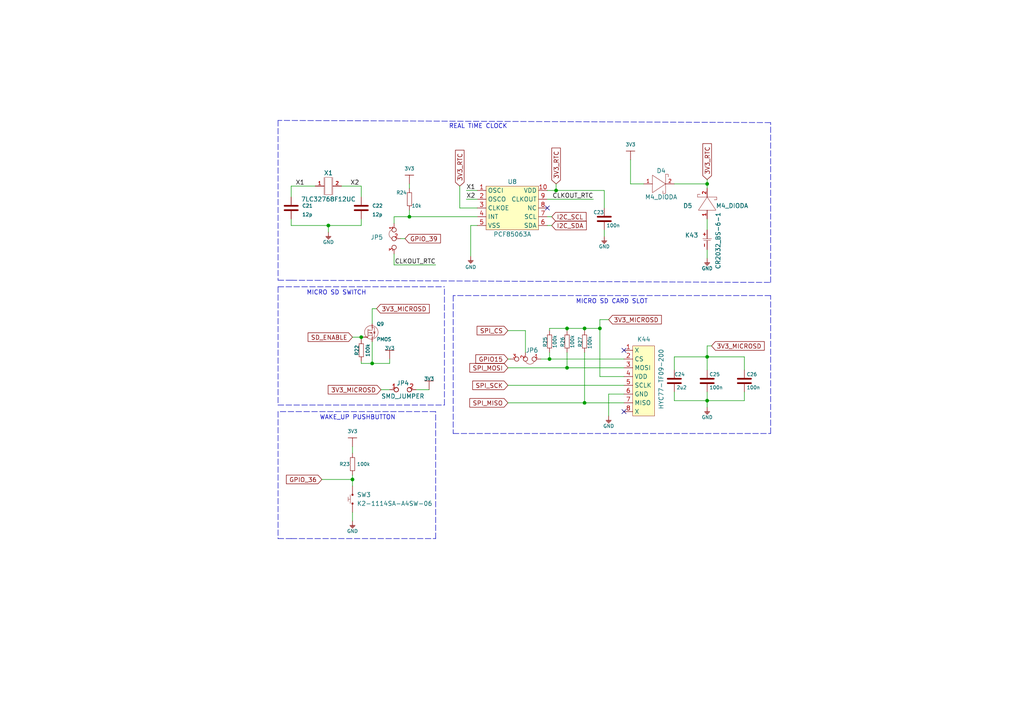
<source format=kicad_sch>
(kicad_sch (version 20211123) (generator eeschema)

  (uuid 6a374ed1-758c-4773-a824-102004d260a6)

  (paper "A4")

  (title_block
    (title "Soldered Inkplate 6COLOR")
    (date "2022-12-09")
    (rev "V1.2.0.")
    (company "SOLDERED")
    (comment 1 "333238")
  )

  (lib_symbols
    (symbol "e-radionica.com schematics:0603C" (pin_numbers hide) (pin_names (offset 0.002)) (in_bom yes) (on_board yes)
      (property "Reference" "C" (id 0) (at 0 3.81 0)
        (effects (font (size 1 1)))
      )
      (property "Value" "0603C" (id 1) (at 0 -3.175 0)
        (effects (font (size 1 1)))
      )
      (property "Footprint" "e-radionica.com footprinti:0603C" (id 2) (at 0.635 -4.445 0)
        (effects (font (size 1 1)) hide)
      )
      (property "Datasheet" "" (id 3) (at 0 0 0)
        (effects (font (size 1 1)) hide)
      )
      (symbol "0603C_0_1"
        (polyline
          (pts
            (xy -0.635 1.905)
            (xy -0.635 -1.905)
          )
          (stroke (width 0.5) (type default) (color 0 0 0 0))
          (fill (type none))
        )
        (polyline
          (pts
            (xy 0.635 1.905)
            (xy 0.635 -1.905)
          )
          (stroke (width 0.5) (type default) (color 0 0 0 0))
          (fill (type none))
        )
      )
      (symbol "0603C_1_1"
        (pin passive line (at -3.175 0 0) (length 2.54)
          (name "~" (effects (font (size 1.27 1.27))))
          (number "1" (effects (font (size 1.27 1.27))))
        )
        (pin passive line (at 3.175 0 180) (length 2.54)
          (name "~" (effects (font (size 1.27 1.27))))
          (number "2" (effects (font (size 1.27 1.27))))
        )
      )
    )
    (symbol "e-radionica.com schematics:0603R" (pin_numbers hide) (pin_names (offset 0.254)) (in_bom yes) (on_board yes)
      (property "Reference" "R" (id 0) (at 0 1.27 0)
        (effects (font (size 1 1)))
      )
      (property "Value" "0603R" (id 1) (at 0 -1.905 0)
        (effects (font (size 1 1)))
      )
      (property "Footprint" "e-radionica.com footprinti:0603R" (id 2) (at 0 -3.81 0)
        (effects (font (size 1 1)) hide)
      )
      (property "Datasheet" "" (id 3) (at -0.635 1.905 0)
        (effects (font (size 1 1)) hide)
      )
      (symbol "0603R_0_1"
        (rectangle (start -1.905 -0.635) (end 1.905 -0.6604)
          (stroke (width 0.1) (type default) (color 0 0 0 0))
          (fill (type none))
        )
        (rectangle (start -1.905 0.635) (end -1.8796 -0.635)
          (stroke (width 0.1) (type default) (color 0 0 0 0))
          (fill (type none))
        )
        (rectangle (start -1.905 0.635) (end 1.905 0.6096)
          (stroke (width 0.1) (type default) (color 0 0 0 0))
          (fill (type none))
        )
        (rectangle (start 1.905 0.635) (end 1.9304 -0.635)
          (stroke (width 0.1) (type default) (color 0 0 0 0))
          (fill (type none))
        )
      )
      (symbol "0603R_1_1"
        (pin passive line (at -3.175 0 0) (length 1.27)
          (name "~" (effects (font (size 1.27 1.27))))
          (number "1" (effects (font (size 1.27 1.27))))
        )
        (pin passive line (at 3.175 0 180) (length 1.27)
          (name "~" (effects (font (size 1.27 1.27))))
          (number "2" (effects (font (size 1.27 1.27))))
        )
      )
    )
    (symbol "e-radionica.com schematics:3V3" (power) (pin_names (offset 0)) (in_bom yes) (on_board yes)
      (property "Reference" "#PWR" (id 0) (at 4.445 0 0)
        (effects (font (size 1 1)) hide)
      )
      (property "Value" "3V3" (id 1) (at 0 3.556 0)
        (effects (font (size 1 1)))
      )
      (property "Footprint" "" (id 2) (at 4.445 3.81 0)
        (effects (font (size 1 1)) hide)
      )
      (property "Datasheet" "" (id 3) (at 4.445 3.81 0)
        (effects (font (size 1 1)) hide)
      )
      (property "ki_keywords" "power-flag" (id 4) (at 0 0 0)
        (effects (font (size 1.27 1.27)) hide)
      )
      (property "ki_description" "Power symbol creates a global label with name \"3V3\"" (id 5) (at 0 0 0)
        (effects (font (size 1.27 1.27)) hide)
      )
      (symbol "3V3_0_1"
        (polyline
          (pts
            (xy -1.27 2.54)
            (xy 1.27 2.54)
          )
          (stroke (width 0.16) (type default) (color 0 0 0 0))
          (fill (type none))
        )
        (polyline
          (pts
            (xy 0 0)
            (xy 0 2.54)
          )
          (stroke (width 0) (type default) (color 0 0 0 0))
          (fill (type none))
        )
      )
      (symbol "3V3_1_1"
        (pin power_in line (at 0 0 90) (length 0) hide
          (name "3V3" (effects (font (size 1.27 1.27))))
          (number "1" (effects (font (size 1.27 1.27))))
        )
      )
    )
    (symbol "e-radionica.com schematics:ABS07AIG-32.768KHZ-7-D-T" (in_bom yes) (on_board yes)
      (property "Reference" "X" (id 0) (at 0 3.81 0)
        (effects (font (size 1.27 1.27)))
      )
      (property "Value" "ABS07AIG-32.768KHZ-7-D-T" (id 1) (at 0 -3.81 0)
        (effects (font (size 1.27 1.27)))
      )
      (property "Footprint" "e-radionica.com footprinti:ABS07AIG-32.768KHZ-7-D-T" (id 2) (at 0 0 0)
        (effects (font (size 1.27 1.27)) hide)
      )
      (property "Datasheet" "" (id 3) (at 0 0 0)
        (effects (font (size 1.27 1.27)) hide)
      )
      (symbol "ABS07AIG-32.768KHZ-7-D-T_0_1"
        (polyline
          (pts
            (xy -1.27 2.54)
            (xy -1.27 -2.54)
          )
          (stroke (width 0.0006) (type default) (color 0 0 0 0))
          (fill (type none))
        )
        (polyline
          (pts
            (xy 1.27 2.54)
            (xy 1.27 -2.54)
            (xy 1.27 -1.27)
          )
          (stroke (width 0.0006) (type default) (color 0 0 0 0))
          (fill (type none))
        )
        (polyline
          (pts
            (xy -1.016 2.54)
            (xy -1.016 -2.54)
            (xy 1.016 -2.54)
            (xy 1.016 2.54)
            (xy -1.016 2.54)
            (xy 0.762 2.54)
          )
          (stroke (width 0.0006) (type default) (color 0 0 0 0))
          (fill (type none))
        )
      )
      (symbol "ABS07AIG-32.768KHZ-7-D-T_1_1"
        (pin passive line (at -3.81 0 0) (length 2.54)
          (name "~" (effects (font (size 1 1))))
          (number "1" (effects (font (size 1 1))))
        )
        (pin passive line (at 3.81 0 180) (length 2.54)
          (name "~" (effects (font (size 1 1))))
          (number "2" (effects (font (size 1 1))))
        )
      )
    )
    (symbol "e-radionica.com schematics:CR2032_BS-6-1" (in_bom yes) (on_board yes)
      (property "Reference" "K" (id 0) (at 0 2.54 0)
        (effects (font (size 1.27 1.27)))
      )
      (property "Value" "CR2032_BS-6-1" (id 1) (at 0 -2.54 0)
        (effects (font (size 1.27 1.27)))
      )
      (property "Footprint" "e-radionica.com footprinti:CR2032-BS-6-1" (id 2) (at 0 -5.08 0)
        (effects (font (size 1.27 1.27)) hide)
      )
      (property "Datasheet" "" (id 3) (at 0 0 0)
        (effects (font (size 1.27 1.27)) hide)
      )
      (property "ki_keywords" "CR2032 BS-6" (id 4) (at 0 0 0)
        (effects (font (size 1.27 1.27)) hide)
      )
      (property "ki_description" "CR2032 HOLDER" (id 5) (at 0 0 0)
        (effects (font (size 1.27 1.27)) hide)
      )
      (symbol "CR2032_BS-6-1_0_1"
        (polyline
          (pts
            (xy 0 -1.27)
            (xy 0 1.27)
            (xy 0 -0.762)
          )
          (stroke (width 0.1) (type default) (color 0 0 0 0))
          (fill (type none))
        )
        (polyline
          (pts
            (xy 0.508 1.016)
            (xy 0.508 -1.016)
            (xy 0.508 -0.762)
          )
          (stroke (width 0.1) (type default) (color 0 0 0 0))
          (fill (type none))
        )
      )
      (symbol "CR2032_BS-6-1_1_1"
        (pin input line (at -2.54 0 0) (length 2.54)
          (name "" (effects (font (size 1 1))))
          (number "+" (effects (font (size 1 1))))
        )
        (pin output line (at 3.175 0 180) (length 2.54)
          (name "" (effects (font (size 1 1))))
          (number "-" (effects (font (size 1 1))))
        )
      )
    )
    (symbol "e-radionica.com schematics:GND" (power) (pin_names (offset 0)) (in_bom yes) (on_board yes)
      (property "Reference" "#PWR" (id 0) (at 4.445 0 0)
        (effects (font (size 1 1)) hide)
      )
      (property "Value" "GND" (id 1) (at 0 -2.921 0)
        (effects (font (size 1 1)))
      )
      (property "Footprint" "" (id 2) (at 4.445 3.81 0)
        (effects (font (size 1 1)) hide)
      )
      (property "Datasheet" "" (id 3) (at 4.445 3.81 0)
        (effects (font (size 1 1)) hide)
      )
      (property "ki_keywords" "power-flag" (id 4) (at 0 0 0)
        (effects (font (size 1.27 1.27)) hide)
      )
      (property "ki_description" "Power symbol creates a global label with name \"GND\"" (id 5) (at 0 0 0)
        (effects (font (size 1.27 1.27)) hide)
      )
      (symbol "GND_0_1"
        (polyline
          (pts
            (xy -0.762 -1.27)
            (xy 0.762 -1.27)
          )
          (stroke (width 0.16) (type default) (color 0 0 0 0))
          (fill (type none))
        )
        (polyline
          (pts
            (xy -0.635 -1.524)
            (xy 0.635 -1.524)
          )
          (stroke (width 0.16) (type default) (color 0 0 0 0))
          (fill (type none))
        )
        (polyline
          (pts
            (xy -0.381 -1.778)
            (xy 0.381 -1.778)
          )
          (stroke (width 0.16) (type default) (color 0 0 0 0))
          (fill (type none))
        )
        (polyline
          (pts
            (xy -0.127 -2.032)
            (xy 0.127 -2.032)
          )
          (stroke (width 0.16) (type default) (color 0 0 0 0))
          (fill (type none))
        )
        (polyline
          (pts
            (xy 0 0)
            (xy 0 -1.27)
          )
          (stroke (width 0.16) (type default) (color 0 0 0 0))
          (fill (type none))
        )
      )
      (symbol "GND_1_1"
        (pin power_in line (at 0 0 270) (length 0) hide
          (name "GND" (effects (font (size 1.27 1.27))))
          (number "1" (effects (font (size 1.27 1.27))))
        )
      )
    )
    (symbol "e-radionica.com schematics:HYC77-TF09-200" (in_bom yes) (on_board yes)
      (property "Reference" "K" (id 0) (at 0 11.43 0)
        (effects (font (size 1.27 1.27)))
      )
      (property "Value" "HYC77-TF09-200" (id 1) (at 0 -11.43 0)
        (effects (font (size 1.27 1.27)))
      )
      (property "Footprint" "e-radionica.com footprinti:HYC77-TF09-200" (id 2) (at 0 -13.97 0)
        (effects (font (size 1.27 1.27)) hide)
      )
      (property "Datasheet" "" (id 3) (at -1.27 5.08 0)
        (effects (font (size 1.27 1.27)) hide)
      )
      (property "ki_keywords" "micro SD card holder" (id 4) (at 0 0 0)
        (effects (font (size 1.27 1.27)) hide)
      )
      (property "ki_description" "Micro SDcard holder" (id 5) (at 0 0 0)
        (effects (font (size 1.27 1.27)) hide)
      )
      (symbol "HYC77-TF09-200_0_1"
        (rectangle (start -2.54 10.16) (end 3.81 -10.16)
          (stroke (width 0.1) (type default) (color 0 0 0 0))
          (fill (type background))
        )
      )
      (symbol "HYC77-TF09-200_1_1"
        (pin bidirectional line (at -5.08 8.89 0) (length 2.54)
          (name "X" (effects (font (size 1.27 1.27))))
          (number "1" (effects (font (size 1.27 1.27))))
        )
        (pin bidirectional line (at -5.08 6.35 0) (length 2.54)
          (name "CS" (effects (font (size 1.27 1.27))))
          (number "2" (effects (font (size 1.27 1.27))))
        )
        (pin bidirectional line (at -5.08 3.81 0) (length 2.54)
          (name "MOSI" (effects (font (size 1.27 1.27))))
          (number "3" (effects (font (size 1.27 1.27))))
        )
        (pin bidirectional line (at -5.08 1.27 0) (length 2.54)
          (name "VDD" (effects (font (size 1.27 1.27))))
          (number "4" (effects (font (size 1.27 1.27))))
        )
        (pin bidirectional line (at -5.08 -1.27 0) (length 2.54)
          (name "SCLK" (effects (font (size 1.27 1.27))))
          (number "5" (effects (font (size 1.27 1.27))))
        )
        (pin bidirectional line (at -5.08 -3.81 0) (length 2.54)
          (name "GND" (effects (font (size 1.27 1.27))))
          (number "6" (effects (font (size 1.27 1.27))))
        )
        (pin bidirectional line (at -5.08 -6.35 0) (length 2.54)
          (name "MISO" (effects (font (size 1.27 1.27))))
          (number "7" (effects (font (size 1.27 1.27))))
        )
        (pin bidirectional line (at -5.08 -8.89 0) (length 2.54)
          (name "X" (effects (font (size 1.27 1.27))))
          (number "8" (effects (font (size 1.27 1.27))))
        )
      )
    )
    (symbol "e-radionica.com schematics:K2-1114SA-A4SW-06" (pin_numbers hide) (pin_names hide) (in_bom yes) (on_board yes)
      (property "Reference" "SW" (id 0) (at 0 2.54 0)
        (effects (font (size 1.27 1.27)))
      )
      (property "Value" "K2-1114SA-A4SW-06" (id 1) (at 0 -2.54 0)
        (effects (font (size 1.27 1.27)))
      )
      (property "Footprint" "e-radionica.com footprinti:K2-1114SA-A4SW-06" (id 2) (at 0 -5.08 0)
        (effects (font (size 1.27 1.27)) hide)
      )
      (property "Datasheet" "" (id 3) (at 1.27 17.78 0)
        (effects (font (size 1.27 1.27)) hide)
      )
      (symbol "K2-1114SA-A4SW-06_0_1"
        (circle (center -1.27 0) (radius 0.254)
          (stroke (width 0.001) (type default) (color 0 0 0 0))
          (fill (type outline))
        )
        (polyline
          (pts
            (xy -1.27 0.635)
            (xy 1.27 0.635)
          )
          (stroke (width 0.1) (type default) (color 0 0 0 0))
          (fill (type none))
        )
        (polyline
          (pts
            (xy 0 0.635)
            (xy 0 1.27)
          )
          (stroke (width 0.0006) (type default) (color 0 0 0 0))
          (fill (type none))
        )
        (polyline
          (pts
            (xy 0.635 1.27)
            (xy -0.635 1.27)
          )
          (stroke (width 0.1) (type default) (color 0 0 0 0))
          (fill (type none))
        )
        (circle (center 1.27 0) (radius 0.254)
          (stroke (width 0.001) (type default) (color 0 0 0 0))
          (fill (type outline))
        )
      )
      (symbol "K2-1114SA-A4SW-06_1_1"
        (pin passive line (at -3.81 0 0) (length 2.54)
          (name "~" (effects (font (size 1 1))))
          (number "1" (effects (font (size 1 1))))
        )
        (pin passive line (at 3.81 0 180) (length 2.54)
          (name "~" (effects (font (size 1 1))))
          (number "2" (effects (font (size 1 1))))
        )
      )
    )
    (symbol "e-radionica.com schematics:M4_DIODA" (pin_names hide) (in_bom yes) (on_board yes)
      (property "Reference" "D" (id 0) (at 0 3.81 0)
        (effects (font (size 1.27 1.27)))
      )
      (property "Value" "M4_DIODA" (id 1) (at 0 -4.572 0)
        (effects (font (size 1.27 1.27)))
      )
      (property "Footprint" "e-radionica.com footprinti:M4_DIODA" (id 2) (at 0 -6.35 0)
        (effects (font (size 1.27 1.27)) hide)
      )
      (property "Datasheet" "" (id 3) (at 0 0 0)
        (effects (font (size 1.27 1.27)) hide)
      )
      (symbol "M4_DIODA_0_1"
        (polyline
          (pts
            (xy -2.54 2.54)
            (xy -2.54 -2.54)
            (xy 1.27 0)
            (xy -2.54 2.54)
          )
          (stroke (width 0.1) (type default) (color 0 0 0 0))
          (fill (type none))
        )
        (polyline
          (pts
            (xy 1.27 2.794)
            (xy 1.27 -2.794)
            (xy 0.508 -2.794)
            (xy 0.508 -2.032)
          )
          (stroke (width 0.1) (type default) (color 0 0 0 0))
          (fill (type none))
        )
        (polyline
          (pts
            (xy 1.27 2.794)
            (xy 2.032 2.794)
            (xy 2.032 2.032)
            (xy 2.032 2.54)
          )
          (stroke (width 0.1) (type default) (color 0 0 0 0))
          (fill (type none))
        )
      )
      (symbol "M4_DIODA_1_1"
        (pin passive line (at -5.08 0 0) (length 2.54)
          (name "A" (effects (font (size 1 1))))
          (number "1" (effects (font (size 1 1))))
        )
        (pin passive line (at 3.81 0 180) (length 2.54)
          (name "K" (effects (font (size 1 1))))
          (number "2" (effects (font (size 1 1))))
        )
      )
    )
    (symbol "e-radionica.com schematics:PCF85063A" (in_bom yes) (on_board yes)
      (property "Reference" "U" (id 0) (at 0 7.62 0)
        (effects (font (size 1.27 1.27)))
      )
      (property "Value" "PCF85063A" (id 1) (at 0 -7.62 0)
        (effects (font (size 1.27 1.27)))
      )
      (property "Footprint" "e-radionica.com footprinti:PCF85063A" (id 2) (at 0 -10.16 0)
        (effects (font (size 1.27 1.27)) hide)
      )
      (property "Datasheet" "" (id 3) (at -6.35 2.54 0)
        (effects (font (size 1.27 1.27)) hide)
      )
      (symbol "PCF85063A_0_1"
        (rectangle (start -7.62 6.35) (end 7.62 -6.35)
          (stroke (width 0.1) (type default) (color 0 0 0 0))
          (fill (type background))
        )
      )
      (symbol "PCF85063A_1_1"
        (pin passive line (at -10.16 5.08 0) (length 2.54)
          (name "OSCI" (effects (font (size 1.27 1.27))))
          (number "1" (effects (font (size 1.27 1.27))))
        )
        (pin passive line (at 10.16 5.08 180) (length 2.54)
          (name "VDD" (effects (font (size 1.27 1.27))))
          (number "10" (effects (font (size 1.27 1.27))))
        )
        (pin passive line (at -10.16 2.54 0) (length 2.54)
          (name "OSCO" (effects (font (size 1.27 1.27))))
          (number "2" (effects (font (size 1.27 1.27))))
        )
        (pin passive line (at -10.16 0 0) (length 2.54)
          (name "CLKOE" (effects (font (size 1.27 1.27))))
          (number "3" (effects (font (size 1.27 1.27))))
        )
        (pin passive line (at -10.16 -2.54 0) (length 2.54)
          (name "INT" (effects (font (size 1.27 1.27))))
          (number "4" (effects (font (size 1.27 1.27))))
        )
        (pin passive line (at -10.16 -5.08 0) (length 2.54)
          (name "VSS" (effects (font (size 1.27 1.27))))
          (number "5" (effects (font (size 1.27 1.27))))
        )
        (pin passive line (at 10.16 -5.08 180) (length 2.54)
          (name "SDA" (effects (font (size 1.27 1.27))))
          (number "6" (effects (font (size 1.27 1.27))))
        )
        (pin passive line (at 10.16 -2.54 180) (length 2.54)
          (name "SCL" (effects (font (size 1.27 1.27))))
          (number "7" (effects (font (size 1.27 1.27))))
        )
        (pin passive line (at 10.16 0 180) (length 2.54)
          (name "NC" (effects (font (size 1.27 1.27))))
          (number "8" (effects (font (size 1.27 1.27))))
        )
        (pin passive line (at 10.16 2.54 180) (length 2.54)
          (name "CLKOUT" (effects (font (size 1.27 1.27))))
          (number "9" (effects (font (size 1.27 1.27))))
        )
      )
    )
    (symbol "e-radionica.com schematics:PMOS-SOT-23-3" (pin_numbers hide) (pin_names hide) (in_bom yes) (on_board yes)
      (property "Reference" "Q" (id 0) (at -1.27 2.54 0)
        (effects (font (size 1 1)))
      )
      (property "Value" "PMOS-SOT-23-3" (id 1) (at 0.381 -4.064 0)
        (effects (font (size 1 1)))
      )
      (property "Footprint" "e-radionica.com footprinti:SOT-23-3" (id 2) (at 1.27 -7.62 0)
        (effects (font (size 1 1)) hide)
      )
      (property "Datasheet" "" (id 3) (at 0 0 0)
        (effects (font (size 1 1)) hide)
      )
      (symbol "PMOS-SOT-23-3_0_1"
        (polyline
          (pts
            (xy 0 -1.27)
            (xy 0 1.016)
          )
          (stroke (width 0.1) (type default) (color 0 0 0 0))
          (fill (type none))
        )
        (polyline
          (pts
            (xy 0.254 -1.016)
            (xy 0.254 -0.508)
          )
          (stroke (width 0.1) (type default) (color 0 0 0 0))
          (fill (type none))
        )
        (polyline
          (pts
            (xy 0.254 -0.762)
            (xy 1.27 -0.762)
          )
          (stroke (width 0.1) (type default) (color 0 0 0 0))
          (fill (type none))
        )
        (polyline
          (pts
            (xy 0.254 -0.254)
            (xy 0.254 0.254)
          )
          (stroke (width 0.1) (type default) (color 0 0 0 0))
          (fill (type none))
        )
        (polyline
          (pts
            (xy 0.254 0.762)
            (xy 1.27 0.762)
          )
          (stroke (width 0.1) (type default) (color 0 0 0 0))
          (fill (type none))
        )
        (polyline
          (pts
            (xy 0.254 1.016)
            (xy 0.254 0.508)
          )
          (stroke (width 0.1) (type default) (color 0 0 0 0))
          (fill (type none))
        )
        (polyline
          (pts
            (xy 1.27 -1.27)
            (xy 1.27 -0.762)
          )
          (stroke (width 0.1) (type default) (color 0 0 0 0))
          (fill (type none))
        )
        (polyline
          (pts
            (xy 1.27 0.762)
            (xy 1.27 1.27)
          )
          (stroke (width 0.1) (type default) (color 0 0 0 0))
          (fill (type none))
        )
        (polyline
          (pts
            (xy 2.159 -0.127)
            (xy 1.651 -0.127)
          )
          (stroke (width 0.1) (type default) (color 0 0 0 0))
          (fill (type none))
        )
        (polyline
          (pts
            (xy 2.159 0.254)
            (xy 1.905 -0.127)
          )
          (stroke (width 0.1) (type default) (color 0 0 0 0))
          (fill (type none))
        )
        (polyline
          (pts
            (xy 0.254 0)
            (xy 1.27 0)
            (xy 1.27 -0.762)
          )
          (stroke (width 0.1) (type default) (color 0 0 0 0))
          (fill (type none))
        )
        (polyline
          (pts
            (xy 2.159 0.254)
            (xy 1.651 0.254)
            (xy 1.905 -0.127)
          )
          (stroke (width 0.1) (type default) (color 0 0 0 0))
          (fill (type none))
        )
        (polyline
          (pts
            (xy 1.143 0)
            (xy 0.889 -0.254)
            (xy 0.889 0.254)
            (xy 1.143 0)
          )
          (stroke (width 0.1) (type default) (color 0 0 0 0))
          (fill (type none))
        )
        (polyline
          (pts
            (xy 1.27 -1.27)
            (xy 1.905 -1.27)
            (xy 1.905 1.524)
            (xy 1.27 1.524)
          )
          (stroke (width 0.1) (type default) (color 0 0 0 0))
          (fill (type none))
        )
        (circle (center 1.016 0.127) (radius 1.9716)
          (stroke (width 0.1) (type default) (color 0 0 0 0))
          (fill (type none))
        )
      )
      (symbol "PMOS-SOT-23-3_1_1"
        (pin passive line (at -1.27 -1.27 0) (length 1.27)
          (name "G" (effects (font (size 1 1))))
          (number "1" (effects (font (size 1 1))))
        )
        (pin passive line (at 1.27 -2.54 90) (length 1.27)
          (name "S" (effects (font (size 1 1))))
          (number "2" (effects (font (size 1 1))))
        )
        (pin passive line (at 1.27 2.54 270) (length 1.27)
          (name "D" (effects (font (size 1 1))))
          (number "3" (effects (font (size 1 1))))
        )
      )
    )
    (symbol "e-radionica.com schematics:SMD_JUMPER" (in_bom yes) (on_board yes)
      (property "Reference" "JP" (id 0) (at 0 1.397 0)
        (effects (font (size 1.27 1.27)))
      )
      (property "Value" "SMD_JUMPER" (id 1) (at 0 -2.54 0)
        (effects (font (size 1.27 1.27)))
      )
      (property "Footprint" "e-radionica.com footprinti:SMD_JUMPER" (id 2) (at 0 -5.08 0)
        (effects (font (size 1.27 1.27)) hide)
      )
      (property "Datasheet" "" (id 3) (at 0 0 0)
        (effects (font (size 1.27 1.27)) hide)
      )
      (symbol "SMD_JUMPER_1_1"
        (pin passive inverted (at -3.81 0 0) (length 2.54)
          (name "" (effects (font (size 1.27 1.27))))
          (number "1" (effects (font (size 1.27 1.27))))
        )
        (pin passive inverted (at 3.81 0 180) (length 2.54)
          (name "" (effects (font (size 1.27 1.27))))
          (number "2" (effects (font (size 1.27 1.27))))
        )
      )
    )
    (symbol "e-radionica.com schematics:SMD_JUMPER_3_PAD_CONNECTED_LEFT_TRACE" (in_bom yes) (on_board yes)
      (property "Reference" "JP" (id 0) (at 0 3.81 0)
        (effects (font (size 1.27 1.27)))
      )
      (property "Value" "SMD_JUMPER_3_PAD_CONNECTED_LEFT_TRACE" (id 1) (at -1.27 -7.62 0)
        (effects (font (size 1.27 1.27)) hide)
      )
      (property "Footprint" "e-radionica.com footprinti:SMD_JUMPER_3_PAD_CONNECTED_LEFT_TRACE" (id 2) (at 2.54 -12.7 0)
        (effects (font (size 1.27 1.27)) hide)
      )
      (property "Datasheet" "" (id 3) (at 0 0 0)
        (effects (font (size 1.27 1.27)) hide)
      )
      (symbol "SMD_JUMPER_3_PAD_CONNECTED_LEFT_TRACE_0_1"
        (arc (start -0.635 0.5842) (mid -1.9346 1.472) (end -3.2512 0.6096)
          (stroke (width 0.1) (type default) (color 0 0 0 0))
          (fill (type none))
        )
      )
      (symbol "SMD_JUMPER_3_PAD_CONNECTED_LEFT_TRACE_1_1"
        (pin passive inverted (at -5.08 0 0) (length 2.54)
          (name "" (effects (font (size 1 1))))
          (number "1" (effects (font (size 1 1))))
        )
        (pin passive inverted (at -0.635 -1.905 90) (length 2.54)
          (name "" (effects (font (size 1 1))))
          (number "2" (effects (font (size 1 1))))
        )
        (pin passive inverted (at 3.81 0 180) (length 2.54)
          (name "" (effects (font (size 1 1))))
          (number "3" (effects (font (size 1 1))))
        )
      )
    )
  )

  (junction (at 102.235 139.065) (diameter 0) (color 0 0 0 0)
    (uuid 18fbe904-d139-4b93-b3ea-0b189f538993)
  )
  (junction (at 95.25 65.405) (diameter 0) (color 0 0 0 0)
    (uuid 33d0f83e-639e-42b5-9f17-e979c845beaf)
  )
  (junction (at 161.29 55.245) (diameter 0) (color 0 0 0 0)
    (uuid 513d2813-b774-4b31-9ff1-f9a5960aacaa)
  )
  (junction (at 205.105 116.205) (diameter 0) (color 0 0 0 0)
    (uuid 5eea70c7-de1a-46e0-994a-e64e07c8e7fa)
  )
  (junction (at 205.105 53.34) (diameter 0) (color 0 0 0 0)
    (uuid 6d89b524-f6c3-42f3-bc54-5580fe739b68)
  )
  (junction (at 205.105 103.505) (diameter 0) (color 0 0 0 0)
    (uuid 6de0592c-e06f-4346-a2c4-1290997b605d)
  )
  (junction (at 118.745 62.865) (diameter 0) (color 0 0 0 0)
    (uuid 705d6dd1-71b2-416a-a0ba-27790c5e594c)
  )
  (junction (at 104.775 97.79) (diameter 0) (color 0 0 0 0)
    (uuid 92e32640-e196-4c85-8f9a-76c8e59b51f9)
  )
  (junction (at 169.545 95.25) (diameter 0) (color 0 0 0 0)
    (uuid 942179d5-1bff-423c-9dd6-98aea5979108)
  )
  (junction (at 164.465 106.68) (diameter 0) (color 0 0 0 0)
    (uuid d7a705b0-174b-41e6-9a46-646702928860)
  )
  (junction (at 159.385 104.14) (diameter 0) (color 0 0 0 0)
    (uuid e236f0ae-9199-47e3-a4f9-fd3719295fe5)
  )
  (junction (at 164.465 95.25) (diameter 0) (color 0 0 0 0)
    (uuid e88fe77d-fd4a-4188-bfc8-df298d66fef5)
  )
  (junction (at 169.545 116.84) (diameter 0) (color 0 0 0 0)
    (uuid ec6c9940-de76-45dd-bdc4-b11ad0ae470a)
  )
  (junction (at 173.99 95.25) (diameter 0) (color 0 0 0 0)
    (uuid f4fc380c-184a-469a-9cf7-8f640ee95578)
  )
  (junction (at 107.95 105.41) (diameter 0) (color 0 0 0 0)
    (uuid fdbf1dde-c192-4b5b-b63e-3eb2f9e0a0a0)
  )

  (no_connect (at 180.975 101.6) (uuid 4e520813-cfda-4df8-bb4b-4d7e5d3a2a86))
  (no_connect (at 158.75 60.325) (uuid 6ddf6855-9243-44be-ac6a-79e731d084bc))
  (no_connect (at 180.975 119.38) (uuid e28caa87-0a25-4065-b6f5-44c51e1836de))

  (polyline (pts (xy 80.645 83.185) (xy 128.905 83.185))
    (stroke (width 0) (type default) (color 0 0 0 0))
    (uuid 004ddc44-7042-4b60-8ce0-84158061ee16)
  )

  (wire (pts (xy 95.25 65.405) (xy 95.25 67.31))
    (stroke (width 0) (type default) (color 0 0 0 0))
    (uuid 017ee159-8940-4d2a-975d-54f32b425a78)
  )
  (wire (pts (xy 102.235 148.59) (xy 102.235 151.13))
    (stroke (width 0) (type default) (color 0 0 0 0))
    (uuid 046d246f-5e5b-4bf8-a15a-9d5e052a5dd9)
  )
  (wire (pts (xy 107.95 93.98) (xy 107.95 89.535))
    (stroke (width 0) (type default) (color 0 0 0 0))
    (uuid 048a024b-45cc-4252-a264-71a04332d761)
  )
  (wire (pts (xy 84.455 63.5) (xy 84.455 65.405))
    (stroke (width 0) (type default) (color 0 0 0 0))
    (uuid 051a0285-7082-48de-b23b-359bd57c8438)
  )
  (wire (pts (xy 102.235 139.065) (xy 102.235 140.97))
    (stroke (width 0) (type default) (color 0 0 0 0))
    (uuid 0946aecf-9ce8-44df-875f-a4b8a985be24)
  )
  (wire (pts (xy 114.3 62.865) (xy 114.3 64.77))
    (stroke (width 0) (type default) (color 0 0 0 0))
    (uuid 0a05bdbd-6ff8-4b40-8659-350580f6bab1)
  )
  (wire (pts (xy 206.375 100.33) (xy 205.105 100.33))
    (stroke (width 0) (type default) (color 0 0 0 0))
    (uuid 0a4eeaf2-3501-4b40-a0bb-90b9c2e88233)
  )
  (wire (pts (xy 104.775 53.975) (xy 104.775 57.15))
    (stroke (width 0) (type default) (color 0 0 0 0))
    (uuid 0c9e2f34-b08f-402c-8016-b1a750264412)
  )
  (polyline (pts (xy 128.905 117.475) (xy 128.905 83.185))
    (stroke (width 0) (type default) (color 0 0 0 0))
    (uuid 0d0580c1-d30d-468e-91d9-c6166194c4d4)
  )
  (polyline (pts (xy 126.365 156.21) (xy 126.365 119.38))
    (stroke (width 0) (type default) (color 0 0 0 0))
    (uuid 13501e47-e58b-4d2f-b3e9-b038f11b2360)
  )

  (wire (pts (xy 169.545 102.235) (xy 169.545 116.84))
    (stroke (width 0) (type default) (color 0 0 0 0))
    (uuid 1382af56-66bf-4f3d-91d6-da2109117922)
  )
  (wire (pts (xy 164.465 102.235) (xy 164.465 106.68))
    (stroke (width 0) (type default) (color 0 0 0 0))
    (uuid 14ab0fd1-c65d-4b13-a6c1-600211e98b0b)
  )
  (wire (pts (xy 147.32 95.885) (xy 152.4 95.885))
    (stroke (width 0) (type default) (color 0 0 0 0))
    (uuid 153e8b37-fc63-4508-83e6-7558eacd1870)
  )
  (wire (pts (xy 169.545 95.25) (xy 164.465 95.25))
    (stroke (width 0) (type default) (color 0 0 0 0))
    (uuid 16b30574-99b7-49b3-93c1-0495b0e9e5fa)
  )
  (wire (pts (xy 118.745 53.34) (xy 118.745 54.61))
    (stroke (width 0) (type default) (color 0 0 0 0))
    (uuid 1b4c28f1-61e5-4175-986d-556ec1c57079)
  )
  (wire (pts (xy 114.3 76.835) (xy 126.365 76.835))
    (stroke (width 0) (type default) (color 0 0 0 0))
    (uuid 1db7659f-2969-410c-b910-d74fcccecdae)
  )
  (wire (pts (xy 158.75 62.865) (xy 160.02 62.865))
    (stroke (width 0) (type default) (color 0 0 0 0))
    (uuid 1fa96953-fbc9-466a-8452-c03d7505c2ac)
  )
  (wire (pts (xy 93.345 139.065) (xy 102.235 139.065))
    (stroke (width 0) (type default) (color 0 0 0 0))
    (uuid 214b3fbf-da19-495c-9fba-c0d0a0a956ae)
  )
  (wire (pts (xy 159.385 95.885) (xy 159.385 95.25))
    (stroke (width 0) (type default) (color 0 0 0 0))
    (uuid 24739e7e-328a-4dda-88a7-919236c6b822)
  )
  (wire (pts (xy 169.545 116.84) (xy 180.975 116.84))
    (stroke (width 0) (type default) (color 0 0 0 0))
    (uuid 255b31bc-b44f-4807-9075-e60da1e2cc3e)
  )
  (wire (pts (xy 195.58 53.34) (xy 205.105 53.34))
    (stroke (width 0) (type default) (color 0 0 0 0))
    (uuid 2a54818a-1b8b-4cff-b903-c7a8a8a3d3a1)
  )
  (wire (pts (xy 173.99 95.25) (xy 169.545 95.25))
    (stroke (width 0) (type default) (color 0 0 0 0))
    (uuid 2b31ae7c-f92b-448e-82d2-a883436d0567)
  )
  (polyline (pts (xy 80.645 34.925) (xy 80.645 81.28))
    (stroke (width 0) (type default) (color 0 0 0 0))
    (uuid 2dbaa07e-1a61-4aaf-a05e-c580f12828c3)
  )
  (polyline (pts (xy 80.645 117.475) (xy 128.905 117.475))
    (stroke (width 0) (type default) (color 0 0 0 0))
    (uuid 3101bb3c-59a9-4f4f-ab8f-1b48ed51066a)
  )

  (wire (pts (xy 84.455 53.975) (xy 84.455 57.15))
    (stroke (width 0) (type default) (color 0 0 0 0))
    (uuid 3299c0f3-1108-42cc-a129-4e14e035354d)
  )
  (wire (pts (xy 164.465 95.25) (xy 164.465 95.885))
    (stroke (width 0) (type default) (color 0 0 0 0))
    (uuid 35761d88-78df-4fc3-a34c-f32e350f3db9)
  )
  (wire (pts (xy 159.385 104.14) (xy 180.975 104.14))
    (stroke (width 0) (type default) (color 0 0 0 0))
    (uuid 37e152eb-06c2-4283-85c0-fd33f6c0eafb)
  )
  (wire (pts (xy 133.35 53.975) (xy 133.35 60.325))
    (stroke (width 0) (type default) (color 0 0 0 0))
    (uuid 397cd8c9-33c5-418b-8141-a87bd7788401)
  )
  (wire (pts (xy 102.235 137.795) (xy 102.235 139.065))
    (stroke (width 0) (type default) (color 0 0 0 0))
    (uuid 39b77940-1e73-4e4a-8618-fe5d690a9673)
  )
  (wire (pts (xy 118.745 62.865) (xy 138.43 62.865))
    (stroke (width 0) (type default) (color 0 0 0 0))
    (uuid 3d458c4e-edf1-44ad-8675-d6785a7cb4e8)
  )
  (wire (pts (xy 107.95 99.06) (xy 107.95 105.41))
    (stroke (width 0) (type default) (color 0 0 0 0))
    (uuid 3eb4edd6-8739-40e2-84d2-6049c46305d0)
  )
  (wire (pts (xy 205.105 118.11) (xy 205.105 116.205))
    (stroke (width 0) (type default) (color 0 0 0 0))
    (uuid 4e9afd54-290a-4aa9-9d93-2da40ec47090)
  )
  (wire (pts (xy 205.105 52.07) (xy 205.105 53.34))
    (stroke (width 0) (type default) (color 0 0 0 0))
    (uuid 4ea4e225-4a71-4d81-9158-c04ff0d7189a)
  )
  (wire (pts (xy 135.255 57.785) (xy 138.43 57.785))
    (stroke (width 0) (type default) (color 0 0 0 0))
    (uuid 510c4952-a6ce-49e4-91a3-37d78d8fdd76)
  )
  (wire (pts (xy 104.775 97.79) (xy 104.775 98.425))
    (stroke (width 0) (type default) (color 0 0 0 0))
    (uuid 5347e695-15c5-409e-8741-24971591c5f0)
  )
  (wire (pts (xy 176.53 114.3) (xy 176.53 120.65))
    (stroke (width 0) (type default) (color 0 0 0 0))
    (uuid 54225cdc-50bb-4615-8dd0-b487d997b822)
  )
  (wire (pts (xy 161.29 53.34) (xy 161.29 55.245))
    (stroke (width 0) (type default) (color 0 0 0 0))
    (uuid 54531c05-09a1-48e4-850c-d63927294b4f)
  )
  (polyline (pts (xy 84.455 81.28) (xy 223.52 81.915))
    (stroke (width 0) (type default) (color 0 0 0 0))
    (uuid 562fd732-359c-4e07-bb0e-2dfde7b3d8ee)
  )

  (wire (pts (xy 195.58 107.315) (xy 195.58 103.505))
    (stroke (width 0) (type default) (color 0 0 0 0))
    (uuid 56e4e31f-45c2-41d8-a50d-05d22cfbe8c9)
  )
  (wire (pts (xy 147.32 116.84) (xy 169.545 116.84))
    (stroke (width 0) (type default) (color 0 0 0 0))
    (uuid 5bbf5f03-1dca-43ea-bd9e-cd68093df64c)
  )
  (wire (pts (xy 120.65 113.03) (xy 124.46 113.03))
    (stroke (width 0) (type default) (color 0 0 0 0))
    (uuid 5e1b60a7-4a6c-42a7-8d1b-1468c1d02178)
  )
  (wire (pts (xy 195.58 116.205) (xy 205.105 116.205))
    (stroke (width 0) (type default) (color 0 0 0 0))
    (uuid 5eaf8c8a-57b2-474c-a26e-d3832dbf8e56)
  )
  (polyline (pts (xy 80.645 156.21) (xy 84.455 156.21))
    (stroke (width 0) (type default) (color 0 0 0 0))
    (uuid 5f4c7f2e-034c-415c-84e3-d7f04d1152c6)
  )

  (wire (pts (xy 164.465 106.68) (xy 180.975 106.68))
    (stroke (width 0) (type default) (color 0 0 0 0))
    (uuid 5fd194e9-ac91-4c1e-8f70-803250d3b0a4)
  )
  (wire (pts (xy 205.105 113.665) (xy 205.105 116.205))
    (stroke (width 0) (type default) (color 0 0 0 0))
    (uuid 60b747d0-4390-464c-a9b0-c03bd0187825)
  )
  (wire (pts (xy 116.205 69.215) (xy 117.475 69.215))
    (stroke (width 0) (type default) (color 0 0 0 0))
    (uuid 62e8f452-fcea-4609-a0cf-a4ee7238b909)
  )
  (wire (pts (xy 102.235 97.79) (xy 104.775 97.79))
    (stroke (width 0) (type default) (color 0 0 0 0))
    (uuid 63fa5ef6-9006-485b-9f07-34ae6a9785f2)
  )
  (wire (pts (xy 107.95 89.535) (xy 109.22 89.535))
    (stroke (width 0) (type default) (color 0 0 0 0))
    (uuid 64d8513d-7803-4d97-9a6f-c1c89266d809)
  )
  (wire (pts (xy 104.775 63.5) (xy 104.775 65.405))
    (stroke (width 0) (type default) (color 0 0 0 0))
    (uuid 66959c92-e4c6-4d89-9a0f-801c7d696007)
  )
  (wire (pts (xy 158.75 57.785) (xy 172.085 57.785))
    (stroke (width 0) (type default) (color 0 0 0 0))
    (uuid 67cc6103-5f88-4227-b5ac-e72d57dc60c9)
  )
  (wire (pts (xy 175.26 55.245) (xy 161.29 55.245))
    (stroke (width 0) (type default) (color 0 0 0 0))
    (uuid 681c1223-723c-4917-8691-5f55c58c8b40)
  )
  (wire (pts (xy 205.105 103.505) (xy 205.105 107.315))
    (stroke (width 0) (type default) (color 0 0 0 0))
    (uuid 6adf85be-edc9-44b0-848f-1955e49f1c85)
  )
  (wire (pts (xy 135.255 55.245) (xy 138.43 55.245))
    (stroke (width 0) (type default) (color 0 0 0 0))
    (uuid 6dfa5b2d-af2c-46ab-bef0-3e7b7d8037b2)
  )
  (polyline (pts (xy 223.52 35.56) (xy 80.645 34.925))
    (stroke (width 0) (type default) (color 0 0 0 0))
    (uuid 6e4e3747-cdbd-4825-b889-daa5837c94ba)
  )
  (polyline (pts (xy 223.52 81.915) (xy 223.52 35.56))
    (stroke (width 0) (type default) (color 0 0 0 0))
    (uuid 6f3eee22-e362-4e84-918f-c485374b1445)
  )

  (wire (pts (xy 169.545 95.25) (xy 169.545 95.885))
    (stroke (width 0) (type default) (color 0 0 0 0))
    (uuid 6f8cb06b-cb60-4533-8a97-a7cc9506be75)
  )
  (wire (pts (xy 102.235 129.54) (xy 102.235 131.445))
    (stroke (width 0) (type default) (color 0 0 0 0))
    (uuid 71970beb-2fe4-4190-8565-8ff5b6dedf41)
  )
  (polyline (pts (xy 80.645 81.28) (xy 84.455 81.28))
    (stroke (width 0) (type default) (color 0 0 0 0))
    (uuid 77815966-21e8-462f-8bf5-946f3bcd4e73)
  )
  (polyline (pts (xy 131.445 125.73) (xy 223.52 125.73))
    (stroke (width 0) (type default) (color 0 0 0 0))
    (uuid 7b26a53c-5711-47c6-8d08-0174c1ebecd4)
  )

  (wire (pts (xy 99.06 53.975) (xy 104.775 53.975))
    (stroke (width 0) (type default) (color 0 0 0 0))
    (uuid 7b94c5d1-910f-4838-bdd3-5d63f262826a)
  )
  (wire (pts (xy 215.9 116.205) (xy 205.105 116.205))
    (stroke (width 0) (type default) (color 0 0 0 0))
    (uuid 7e2f26dd-4315-4560-b328-7568050d8ccd)
  )
  (wire (pts (xy 95.25 65.405) (xy 104.775 65.405))
    (stroke (width 0) (type default) (color 0 0 0 0))
    (uuid 7fcaaac0-c540-4d5d-a363-71b74fe19531)
  )
  (wire (pts (xy 158.75 65.405) (xy 160.02 65.405))
    (stroke (width 0) (type default) (color 0 0 0 0))
    (uuid 8005fbc0-52c9-4314-8700-ff38eebe539a)
  )
  (wire (pts (xy 138.43 60.325) (xy 133.35 60.325))
    (stroke (width 0) (type default) (color 0 0 0 0))
    (uuid 81225756-b5e2-48cd-bab3-196bd593f209)
  )
  (wire (pts (xy 215.9 113.665) (xy 215.9 116.205))
    (stroke (width 0) (type default) (color 0 0 0 0))
    (uuid 83aec185-c585-412d-8efb-9813eb3dbced)
  )
  (wire (pts (xy 182.88 46.355) (xy 182.88 53.34))
    (stroke (width 0) (type default) (color 0 0 0 0))
    (uuid 89bc7a68-eb36-45d2-b4d2-d05718c23e85)
  )
  (wire (pts (xy 159.385 102.235) (xy 159.385 104.14))
    (stroke (width 0) (type default) (color 0 0 0 0))
    (uuid 8ef71f86-7a1f-4bea-81a5-0960e4463b39)
  )
  (wire (pts (xy 161.29 55.245) (xy 158.75 55.245))
    (stroke (width 0) (type default) (color 0 0 0 0))
    (uuid 94f73928-fa9b-4f8c-8ae0-e4a980a381ae)
  )
  (polyline (pts (xy 80.645 119.38) (xy 80.645 156.21))
    (stroke (width 0) (type default) (color 0 0 0 0))
    (uuid 956b9ab6-1bf4-4d60-b32f-954fe08b7690)
  )
  (polyline (pts (xy 126.365 119.38) (xy 80.645 119.38))
    (stroke (width 0) (type default) (color 0 0 0 0))
    (uuid 9672121c-1edd-476c-b5bd-5bd6f45a47b7)
  )

  (wire (pts (xy 147.32 111.76) (xy 180.975 111.76))
    (stroke (width 0) (type default) (color 0 0 0 0))
    (uuid 96908361-460f-4dd7-bc72-7d2ee322c0e8)
  )
  (wire (pts (xy 110.49 113.03) (xy 113.03 113.03))
    (stroke (width 0) (type default) (color 0 0 0 0))
    (uuid 96a11131-a204-4558-a86b-ac7c67c2bcf1)
  )
  (polyline (pts (xy 84.455 156.21) (xy 126.365 156.21))
    (stroke (width 0) (type default) (color 0 0 0 0))
    (uuid 9b769915-7fb6-45a8-b232-035dd1e5e41d)
  )

  (wire (pts (xy 147.32 106.68) (xy 164.465 106.68))
    (stroke (width 0) (type default) (color 0 0 0 0))
    (uuid 9c13a211-e7c9-401c-a37c-ab4b99e5eaa0)
  )
  (wire (pts (xy 173.99 92.71) (xy 173.99 95.25))
    (stroke (width 0) (type default) (color 0 0 0 0))
    (uuid 9ef906ac-4d99-4807-9662-3804ead4b6dc)
  )
  (wire (pts (xy 205.105 63.5) (xy 205.105 66.675))
    (stroke (width 0) (type default) (color 0 0 0 0))
    (uuid a5ffb191-2ce7-4bed-be5e-258840ed89c5)
  )
  (wire (pts (xy 173.99 109.22) (xy 180.975 109.22))
    (stroke (width 0) (type default) (color 0 0 0 0))
    (uuid a7b08d9f-6b7d-4152-8046-b0d1583960b9)
  )
  (wire (pts (xy 195.58 113.665) (xy 195.58 116.205))
    (stroke (width 0) (type default) (color 0 0 0 0))
    (uuid aa6c65d2-6fc0-4ba2-b0f7-82aa2d81a324)
  )
  (wire (pts (xy 215.9 103.505) (xy 205.105 103.505))
    (stroke (width 0) (type default) (color 0 0 0 0))
    (uuid abe6120e-0a80-477e-9426-d5fc52cfb9cb)
  )
  (wire (pts (xy 175.26 66.675) (xy 175.26 68.58))
    (stroke (width 0) (type default) (color 0 0 0 0))
    (uuid ac2de25c-380e-47e5-bfa6-3ee1ddc73905)
  )
  (wire (pts (xy 173.99 92.71) (xy 176.53 92.71))
    (stroke (width 0) (type default) (color 0 0 0 0))
    (uuid ad587637-1ef1-4453-8ac5-cc1a6922395d)
  )
  (wire (pts (xy 104.775 97.79) (xy 105.41 97.79))
    (stroke (width 0) (type default) (color 0 0 0 0))
    (uuid ad9c2ef0-7751-49c1-af22-ae191a722e90)
  )
  (wire (pts (xy 175.26 60.325) (xy 175.26 55.245))
    (stroke (width 0) (type default) (color 0 0 0 0))
    (uuid ae3bb84d-4e6f-421a-bb4a-f3ad34258027)
  )
  (wire (pts (xy 114.3 62.865) (xy 118.745 62.865))
    (stroke (width 0) (type default) (color 0 0 0 0))
    (uuid b277b618-bdb3-474c-bf4c-293991b8038d)
  )
  (wire (pts (xy 180.975 114.3) (xy 176.53 114.3))
    (stroke (width 0) (type default) (color 0 0 0 0))
    (uuid b300d355-6ca9-44bf-a9f4-ae0bb9c40cae)
  )
  (wire (pts (xy 205.105 53.34) (xy 205.105 54.61))
    (stroke (width 0) (type default) (color 0 0 0 0))
    (uuid bb935042-aa34-4dd2-b34f-e9fa17f737b5)
  )
  (polyline (pts (xy 223.52 85.725) (xy 131.445 85.725))
    (stroke (width 0) (type default) (color 0 0 0 0))
    (uuid c1d9b1cf-5e60-4850-8c67-9432541d3cd0)
  )
  (polyline (pts (xy 80.645 83.185) (xy 80.645 117.475))
    (stroke (width 0) (type default) (color 0 0 0 0))
    (uuid c4109054-1a19-4cea-b028-0099e4aefa36)
  )

  (wire (pts (xy 147.32 104.14) (xy 147.955 104.14))
    (stroke (width 0) (type default) (color 0 0 0 0))
    (uuid d1075c9e-0d93-4d14-ab67-4b62e7c91904)
  )
  (wire (pts (xy 152.4 95.885) (xy 152.4 102.235))
    (stroke (width 0) (type default) (color 0 0 0 0))
    (uuid d4a81a9a-79d5-4368-af6c-d40c817d04e4)
  )
  (wire (pts (xy 113.03 105.41) (xy 107.95 105.41))
    (stroke (width 0) (type default) (color 0 0 0 0))
    (uuid d5416bfc-6772-4bdd-aa80-4a4d5e1cd2fa)
  )
  (wire (pts (xy 104.775 105.41) (xy 107.95 105.41))
    (stroke (width 0) (type default) (color 0 0 0 0))
    (uuid d9778ad9-f8ca-4363-93a5-05cc54006903)
  )
  (wire (pts (xy 104.775 104.775) (xy 104.775 105.41))
    (stroke (width 0) (type default) (color 0 0 0 0))
    (uuid db4d8562-7502-4a07-8291-9a2ca4f68c07)
  )
  (wire (pts (xy 205.105 72.39) (xy 205.105 74.93))
    (stroke (width 0) (type default) (color 0 0 0 0))
    (uuid db6f34f2-3650-4262-8a8c-0ff568fe194f)
  )
  (wire (pts (xy 156.845 104.14) (xy 159.385 104.14))
    (stroke (width 0) (type default) (color 0 0 0 0))
    (uuid dc0acc11-a06e-4440-91bf-2bda8a178aae)
  )
  (wire (pts (xy 195.58 103.505) (xy 205.105 103.505))
    (stroke (width 0) (type default) (color 0 0 0 0))
    (uuid dde8cfe3-f8c6-4c4f-88dd-bfc7196fb620)
  )
  (wire (pts (xy 114.3 73.66) (xy 114.3 76.835))
    (stroke (width 0) (type default) (color 0 0 0 0))
    (uuid deb4d094-2516-485a-8705-f2a6181a46c8)
  )
  (wire (pts (xy 182.88 53.34) (xy 186.69 53.34))
    (stroke (width 0) (type default) (color 0 0 0 0))
    (uuid df7ce507-817e-4cd7-9a7a-f7082c8c89d6)
  )
  (wire (pts (xy 118.745 60.96) (xy 118.745 62.865))
    (stroke (width 0) (type default) (color 0 0 0 0))
    (uuid e0e5786b-8d9a-4f9e-983c-dd419aa7f579)
  )
  (wire (pts (xy 205.105 100.33) (xy 205.105 103.505))
    (stroke (width 0) (type default) (color 0 0 0 0))
    (uuid e5f72cb6-f284-4025-bf01-2207d6f73bab)
  )
  (wire (pts (xy 138.43 65.405) (xy 136.525 65.405))
    (stroke (width 0) (type default) (color 0 0 0 0))
    (uuid e9f39541-6195-408b-97a4-279a294c36c6)
  )
  (polyline (pts (xy 223.52 125.73) (xy 223.52 85.725))
    (stroke (width 0) (type default) (color 0 0 0 0))
    (uuid ee28a3ea-77fa-4dfd-bdcd-b81afe6fe05a)
  )
  (polyline (pts (xy 131.445 85.725) (xy 131.445 125.73))
    (stroke (width 0) (type default) (color 0 0 0 0))
    (uuid ee653f25-99ed-4a07-9c59-e615624d937e)
  )

  (wire (pts (xy 215.9 107.315) (xy 215.9 103.505))
    (stroke (width 0) (type default) (color 0 0 0 0))
    (uuid f5d3bd62-e455-4a74-be7f-29e330e68009)
  )
  (wire (pts (xy 136.525 65.405) (xy 136.525 74.295))
    (stroke (width 0) (type default) (color 0 0 0 0))
    (uuid f6ca1dd4-5b80-4179-968d-ffbda3988cda)
  )
  (wire (pts (xy 159.385 95.25) (xy 164.465 95.25))
    (stroke (width 0) (type default) (color 0 0 0 0))
    (uuid f8a709e2-e945-4875-9737-9ad8f7fae147)
  )
  (wire (pts (xy 113.03 104.14) (xy 113.03 105.41))
    (stroke (width 0) (type default) (color 0 0 0 0))
    (uuid fcc2fb17-eaca-41dd-a980-bb8207efdf17)
  )
  (wire (pts (xy 84.455 65.405) (xy 95.25 65.405))
    (stroke (width 0) (type default) (color 0 0 0 0))
    (uuid fcf95e07-b7ee-417e-bfc3-c800244a0aee)
  )
  (wire (pts (xy 173.99 95.25) (xy 173.99 109.22))
    (stroke (width 0) (type default) (color 0 0 0 0))
    (uuid fe3fecca-5331-4fc3-a89d-500b3177cca2)
  )
  (wire (pts (xy 84.455 53.975) (xy 91.44 53.975))
    (stroke (width 0) (type default) (color 0 0 0 0))
    (uuid fee1f161-0824-4e00-98e8-f5bbd7d99802)
  )

  (text "MICRO SD CARD SLOT" (at 167.005 88.265 0)
    (effects (font (size 1.27 1.27)) (justify left bottom))
    (uuid 0094ff79-aa55-4412-974d-92659c432e71)
  )
  (text "WAKE_UP PUSHBUTTON" (at 92.71 121.92 0)
    (effects (font (size 1.27 1.27)) (justify left bottom))
    (uuid 19bd2e50-0920-4c23-b436-0ae1766755e5)
  )
  (text "REAL TIME CLOCK" (at 130.175 37.465 0)
    (effects (font (size 1.27 1.27)) (justify left bottom))
    (uuid 6b847e39-ac85-4808-afd0-8ea3ee28691b)
  )
  (text "MICRO SD SWITCH\n" (at 88.9 85.725 0)
    (effects (font (size 1.27 1.27)) (justify left bottom))
    (uuid 95ae6ed5-25eb-4842-8963-24e869506466)
  )

  (label "CLKOUT_RTC" (at 172.085 57.785 180)
    (effects (font (size 1.27 1.27)) (justify right bottom))
    (uuid 79a48d8c-3d16-491d-b054-08a4aca2e126)
  )
  (label "X1" (at 135.255 55.245 0)
    (effects (font (size 1.27 1.27)) (justify left bottom))
    (uuid 87d645b4-011b-4cc3-b63f-e1e5be3fe15b)
  )
  (label "X2" (at 135.255 57.785 0)
    (effects (font (size 1.27 1.27)) (justify left bottom))
    (uuid 8be01d86-2ba4-4fb4-840d-5ab0a20841f1)
  )
  (label "X1" (at 85.725 53.975 0)
    (effects (font (size 1.27 1.27)) (justify left bottom))
    (uuid b5782bf7-e1ae-4e4d-9e7d-b353d134659e)
  )
  (label "CLKOUT_RTC" (at 126.365 76.835 180)
    (effects (font (size 1.27 1.27)) (justify right bottom))
    (uuid cf9f1f4b-cd14-4471-8109-b2f65277f07c)
  )
  (label "X2" (at 101.6 53.975 0)
    (effects (font (size 1.27 1.27)) (justify left bottom))
    (uuid da822913-17b1-4cea-a0b7-93da53a6d472)
  )

  (global_label "SPI_CS" (shape input) (at 147.32 95.885 180) (fields_autoplaced)
    (effects (font (size 1.27 1.27)) (justify right))
    (uuid 21f605a7-1c55-4299-abbd-1dfe7eb6bb59)
    (property "Intersheet References" "${INTERSHEET_REFS}" (id 0) (at 138.3755 95.8056 0)
      (effects (font (size 1.27 1.27)) (justify right) hide)
    )
  )
  (global_label "SPI_MISO" (shape input) (at 147.32 116.84 180) (fields_autoplaced)
    (effects (font (size 1.27 1.27)) (justify right))
    (uuid 4f6ae728-6233-423f-a854-6a0eded606a1)
    (property "Intersheet References" "${INTERSHEET_REFS}" (id 0) (at 136.2588 116.7606 0)
      (effects (font (size 1.27 1.27)) (justify right) hide)
    )
  )
  (global_label "SPI_MOSI" (shape input) (at 147.32 106.68 180) (fields_autoplaced)
    (effects (font (size 1.27 1.27)) (justify right))
    (uuid 51cbc25e-477d-4123-8c2a-51fb06149dfe)
    (property "Intersheet References" "${INTERSHEET_REFS}" (id 0) (at 136.2588 106.6006 0)
      (effects (font (size 1.27 1.27)) (justify right) hide)
    )
  )
  (global_label "3V3_RTC" (shape input) (at 161.29 53.34 90) (fields_autoplaced)
    (effects (font (size 1.27 1.27)) (justify left))
    (uuid 56b7b628-2d3b-472f-9156-e4e90a2f7cf9)
    (property "Intersheet References" "${INTERSHEET_REFS}" (id 0) (at 161.2106 42.944 90)
      (effects (font (size 1.27 1.27)) (justify left) hide)
    )
  )
  (global_label "SD_ENABLE" (shape input) (at 102.235 97.79 180) (fields_autoplaced)
    (effects (font (size 1.27 1.27)) (justify right))
    (uuid 5791b404-6cc9-43a8-ab1e-d5acafca7fe6)
    (property "Intersheet References" "${INTERSHEET_REFS}" (id 0) (at 89.3595 97.7106 0)
      (effects (font (size 1.27 1.27)) (justify right) hide)
    )
  )
  (global_label "3V3_MICROSD" (shape input) (at 109.22 89.535 0) (fields_autoplaced)
    (effects (font (size 1.27 1.27)) (justify left))
    (uuid 651a9481-bc9d-40ec-90a8-fe0fd1abb062)
    (property "Intersheet References" "${INTERSHEET_REFS}" (id 0) (at 124.5145 89.4556 0)
      (effects (font (size 1.27 1.27)) (justify left) hide)
    )
  )
  (global_label "I2C_SDA" (shape input) (at 160.02 65.405 0) (fields_autoplaced)
    (effects (font (size 1.27 1.27)) (justify left))
    (uuid 72b2be5e-e73a-4ce3-9879-c28d47904b7f)
    (property "Intersheet References" "${INTERSHEET_REFS}" (id 0) (at 170.0531 65.3256 0)
      (effects (font (size 1.27 1.27)) (justify left) hide)
    )
  )
  (global_label "GPIO_36" (shape input) (at 93.345 139.065 180) (fields_autoplaced)
    (effects (font (size 1.27 1.27)) (justify right))
    (uuid 7d199b22-4b85-48d8-96b5-3a91a276c847)
    (property "Intersheet References" "${INTERSHEET_REFS}" (id 0) (at 83.07 139.1444 0)
      (effects (font (size 1.27 1.27)) (justify right) hide)
    )
  )
  (global_label "3V3_MICROSD" (shape input) (at 206.375 100.33 0) (fields_autoplaced)
    (effects (font (size 1.27 1.27)) (justify left))
    (uuid 80b26dfa-98b4-4a83-b77e-7c92ba7446e4)
    (property "Intersheet References" "${INTERSHEET_REFS}" (id 0) (at 221.6695 100.2506 0)
      (effects (font (size 1.27 1.27)) (justify left) hide)
    )
  )
  (global_label "3V3_MICROSD" (shape input) (at 176.53 92.71 0) (fields_autoplaced)
    (effects (font (size 1.27 1.27)) (justify left))
    (uuid 8b81aa02-a8d7-4d1f-89d6-f0b4797250c1)
    (property "Intersheet References" "${INTERSHEET_REFS}" (id 0) (at 191.8245 92.6306 0)
      (effects (font (size 1.27 1.27)) (justify left) hide)
    )
  )
  (global_label "GPIO15" (shape input) (at 147.32 104.14 180) (fields_autoplaced)
    (effects (font (size 1.27 1.27)) (justify right))
    (uuid 97e15c2e-1cf0-447c-9da0-9dbfdd3a1cc9)
    (property "Intersheet References" "${INTERSHEET_REFS}" (id 0) (at 138.0126 104.0606 0)
      (effects (font (size 1.27 1.27)) (justify right) hide)
    )
  )
  (global_label "GPIO_39" (shape input) (at 117.475 69.215 0) (fields_autoplaced)
    (effects (font (size 1.27 1.27)) (justify left))
    (uuid c2b31033-bcb0-42f2-8c70-f5a2273feb68)
    (property "Intersheet References" "${INTERSHEET_REFS}" (id 0) (at 127.75 69.1356 0)
      (effects (font (size 1.27 1.27)) (justify left) hide)
    )
  )
  (global_label "3V3_RTC" (shape input) (at 205.105 52.07 90) (fields_autoplaced)
    (effects (font (size 1.27 1.27)) (justify left))
    (uuid c30ce01e-8c75-4a20-a786-a3596eb81ada)
    (property "Intersheet References" "${INTERSHEET_REFS}" (id 0) (at 205.0256 41.674 90)
      (effects (font (size 1.27 1.27)) (justify left) hide)
    )
  )
  (global_label "I2C_SCL" (shape input) (at 160.02 62.865 0) (fields_autoplaced)
    (effects (font (size 1.27 1.27)) (justify left))
    (uuid cc97bb4f-d434-4008-80bf-8dcebfebe9bb)
    (property "Intersheet References" "${INTERSHEET_REFS}" (id 0) (at 169.9926 62.7856 0)
      (effects (font (size 1.27 1.27)) (justify left) hide)
    )
  )
  (global_label "SPI_SCK" (shape input) (at 147.32 111.76 180) (fields_autoplaced)
    (effects (font (size 1.27 1.27)) (justify right))
    (uuid d13b172b-a430-4c9f-bc64-c087f6f58ff5)
    (property "Intersheet References" "${INTERSHEET_REFS}" (id 0) (at 137.1055 111.6806 0)
      (effects (font (size 1.27 1.27)) (justify right) hide)
    )
  )
  (global_label "3V3_RTC" (shape input) (at 133.35 53.975 90) (fields_autoplaced)
    (effects (font (size 1.27 1.27)) (justify left))
    (uuid e211884d-9a54-4bc9-b01d-89dc62ac027c)
    (property "Intersheet References" "${INTERSHEET_REFS}" (id 0) (at 133.2706 43.579 90)
      (effects (font (size 1.27 1.27)) (justify left) hide)
    )
  )
  (global_label "3V3_MICROSD" (shape input) (at 110.49 113.03 180) (fields_autoplaced)
    (effects (font (size 1.27 1.27)) (justify right))
    (uuid f858fec3-9971-4145-9e03-70e7900db3ae)
    (property "Intersheet References" "${INTERSHEET_REFS}" (id 0) (at 95.1955 113.1094 0)
      (effects (font (size 1.27 1.27)) (justify right) hide)
    )
  )

  (symbol (lib_id "e-radionica.com schematics:GND") (at 205.105 74.93 0) (unit 1)
    (in_bom yes) (on_board yes)
    (uuid 05db9c4d-996c-4620-acba-6730227f9589)
    (property "Reference" "#PWR0162" (id 0) (at 209.55 74.93 0)
      (effects (font (size 1 1)) hide)
    )
    (property "Value" "GND" (id 1) (at 205.105 77.851 0)
      (effects (font (size 1 1)))
    )
    (property "Footprint" "" (id 2) (at 209.55 71.12 0)
      (effects (font (size 1 1)) hide)
    )
    (property "Datasheet" "" (id 3) (at 209.55 71.12 0)
      (effects (font (size 1 1)) hide)
    )
    (pin "1" (uuid 91aa03f6-6a1e-4c67-bb81-b32850a869b8))
  )

  (symbol (lib_id "e-radionica.com schematics:PMOS-SOT-23-3") (at 106.68 96.52 0) (unit 1)
    (in_bom yes) (on_board yes)
    (uuid 12978c0d-e237-4fed-ab03-d655d8156251)
    (property "Reference" "Q9" (id 0) (at 109.22 93.98 0)
      (effects (font (size 1 1)) (justify left))
    )
    (property "Value" "PMOS" (id 1) (at 109.22 98.425 0)
      (effects (font (size 1 1)) (justify left))
    )
    (property "Footprint" "e-radionica.com footprinti:SOT-23-3" (id 2) (at 107.95 104.14 0)
      (effects (font (size 1 1)) hide)
    )
    (property "Datasheet" "" (id 3) (at 106.68 96.52 0)
      (effects (font (size 1 1)) hide)
    )
    (pin "1" (uuid 44c9b422-eac3-4ee9-aa5b-162eafc37873))
    (pin "2" (uuid 94e78c1f-36b1-429c-80bf-8b15cffc8624))
    (pin "3" (uuid 468b6c31-8662-4ebf-8fb4-b4780d4551ea))
  )

  (symbol (lib_id "e-radionica.com schematics:K2-1114SA-A4SW-06") (at 102.235 144.78 90) (unit 1)
    (in_bom yes) (on_board yes) (fields_autoplaced)
    (uuid 1cbee307-356f-41be-acd9-d7fa4e39dcd6)
    (property "Reference" "SW3" (id 0) (at 103.505 143.5099 90)
      (effects (font (size 1.27 1.27)) (justify right))
    )
    (property "Value" "K2-1114SA-A4SW-06" (id 1) (at 103.505 146.0499 90)
      (effects (font (size 1.27 1.27)) (justify right))
    )
    (property "Footprint" "e-radionica.com footprinti:K2-1114SA-A4SW-06" (id 2) (at 107.315 144.78 0)
      (effects (font (size 1.27 1.27)) hide)
    )
    (property "Datasheet" "" (id 3) (at 84.455 143.51 0)
      (effects (font (size 1.27 1.27)) hide)
    )
    (pin "1" (uuid 3acf18db-1330-4228-99d9-37b1e402301c))
    (pin "2" (uuid c1769827-6c65-4c7f-8c30-ae06cdf6cd89))
  )

  (symbol (lib_id "e-radionica.com schematics:SMD_JUMPER_3_PAD_CONNECTED_LEFT_TRACE") (at 151.765 104.14 180) (unit 1)
    (in_bom yes) (on_board yes)
    (uuid 20810070-bcc3-4c62-bbb8-9829807222b2)
    (property "Reference" "JP6" (id 0) (at 154.305 101.6 0))
    (property "Value" "SMD_JUMPER_3_PAD_CONNECTED_LEFT_TRACE" (id 1) (at 153.035 96.52 0)
      (effects (font (size 1.27 1.27)) hide)
    )
    (property "Footprint" "e-radionica.com footprinti:SMD_JUMPER_3_PAD_CONNECTED_LEFT_TRACE" (id 2) (at 149.225 91.44 0)
      (effects (font (size 1.27 1.27)) hide)
    )
    (property "Datasheet" "" (id 3) (at 151.765 104.14 0)
      (effects (font (size 1.27 1.27)) hide)
    )
    (pin "1" (uuid 855502cf-a9b4-4306-b6f5-d105cb0386b3))
    (pin "2" (uuid eeb62531-e0db-4102-a428-3b36b38af3eb))
    (pin "3" (uuid 5483a2a0-19c7-4974-8b19-cd70208be0b2))
  )

  (symbol (lib_id "e-radionica.com schematics:3V3") (at 118.745 53.34 0) (unit 1)
    (in_bom yes) (on_board yes) (fields_autoplaced)
    (uuid 2bae844f-4be9-416b-8f65-fef8d3d1ee22)
    (property "Reference" "#PWR0172" (id 0) (at 123.19 53.34 0)
      (effects (font (size 1 1)) hide)
    )
    (property "Value" "3V3" (id 1) (at 118.745 48.895 0)
      (effects (font (size 1 1)))
    )
    (property "Footprint" "" (id 2) (at 123.19 49.53 0)
      (effects (font (size 1 1)) hide)
    )
    (property "Datasheet" "" (id 3) (at 123.19 49.53 0)
      (effects (font (size 1 1)) hide)
    )
    (pin "1" (uuid dd96e12a-57e8-4d59-ae30-2024f9d28ead))
  )

  (symbol (lib_id "e-radionica.com schematics:HYC77-TF09-200") (at 186.055 110.49 0) (unit 1)
    (in_bom yes) (on_board yes)
    (uuid 2df1c421-1b94-4328-ac56-ef9459d31f55)
    (property "Reference" "K44" (id 0) (at 184.785 98.425 0)
      (effects (font (size 1.27 1.27)) (justify left))
    )
    (property "Value" "HYC77-TF09-200" (id 1) (at 191.77 118.745 90)
      (effects (font (size 1.27 1.27)) (justify left))
    )
    (property "Footprint" "e-radionica.com footprinti:HYC77-TF09-200" (id 2) (at 186.055 124.46 0)
      (effects (font (size 1.27 1.27)) hide)
    )
    (property "Datasheet" "" (id 3) (at 184.785 105.41 0)
      (effects (font (size 1.27 1.27)) hide)
    )
    (pin "1" (uuid ff58c8f2-234b-43b4-abb6-b541f34e5c53))
    (pin "2" (uuid 19ad218a-9c89-4a50-b7ed-f43b0a973086))
    (pin "3" (uuid dcaeced1-2c46-4f4e-b131-4282e89cfe10))
    (pin "4" (uuid cc9d01f9-966c-452e-8e04-d284156aff4d))
    (pin "5" (uuid b462092d-4249-4f99-b607-18c69a212c21))
    (pin "6" (uuid 46112732-b1c3-4016-b932-5f3d8eb48faa))
    (pin "7" (uuid 22b4693b-229b-4971-96c4-376537b509c4))
    (pin "8" (uuid df8cfd1c-b064-48fe-afcd-e472a121ff55))
  )

  (symbol (lib_id "e-radionica.com schematics:3V3") (at 113.03 104.14 0) (unit 1)
    (in_bom yes) (on_board yes)
    (uuid 3b6ab42f-7984-4228-8d0e-04fe6fd8c04c)
    (property "Reference" "#PWR0170" (id 0) (at 117.475 104.14 0)
      (effects (font (size 1 1)) hide)
    )
    (property "Value" "3V3" (id 1) (at 113.03 100.965 0)
      (effects (font (size 1 1)))
    )
    (property "Footprint" "" (id 2) (at 117.475 100.33 0)
      (effects (font (size 1 1)) hide)
    )
    (property "Datasheet" "" (id 3) (at 117.475 100.33 0)
      (effects (font (size 1 1)) hide)
    )
    (pin "1" (uuid 1294f342-7bec-4277-8e10-23d692bd439d))
  )

  (symbol (lib_id "e-radionica.com schematics:0603C") (at 205.105 110.49 90) (unit 1)
    (in_bom yes) (on_board yes)
    (uuid 3e48b010-df9e-47f3-8165-823324aab1a9)
    (property "Reference" "C25" (id 0) (at 205.74 108.585 90)
      (effects (font (size 1 1)) (justify right))
    )
    (property "Value" "100n" (id 1) (at 205.74 112.395 90)
      (effects (font (size 1 1)) (justify right))
    )
    (property "Footprint" "e-radionica.com footprinti:0603C" (id 2) (at 209.55 109.855 0)
      (effects (font (size 1 1)) hide)
    )
    (property "Datasheet" "" (id 3) (at 205.105 110.49 0)
      (effects (font (size 1 1)) hide)
    )
    (pin "1" (uuid 162d80eb-d781-40ce-88a1-a6f862a42865))
    (pin "2" (uuid 6cdd19c9-d587-456f-adaf-a3f48ea97332))
  )

  (symbol (lib_id "e-radionica.com schematics:0603R") (at 169.545 99.06 90) (unit 1)
    (in_bom yes) (on_board yes)
    (uuid 44efd29e-8a71-4e04-816f-cf198e3a98ed)
    (property "Reference" "R27" (id 0) (at 168.275 97.663 0)
      (effects (font (size 1 1)) (justify right))
    )
    (property "Value" "100k" (id 1) (at 171.069 97.409 0)
      (effects (font (size 1 1)) (justify right))
    )
    (property "Footprint" "e-radionica.com footprinti:0603R" (id 2) (at 173.355 99.06 0)
      (effects (font (size 1 1)) hide)
    )
    (property "Datasheet" "" (id 3) (at 167.64 99.695 0)
      (effects (font (size 1 1)) hide)
    )
    (pin "1" (uuid 86cdd035-a15b-4fcb-8408-bb782f631c8f))
    (pin "2" (uuid c371c7c9-a8dd-4ce4-95cb-913f10cc4dec))
  )

  (symbol (lib_id "e-radionica.com schematics:PCF85063A") (at 148.59 60.325 0) (unit 1)
    (in_bom yes) (on_board yes)
    (uuid 5ac20f7a-27fa-4652-891a-043d62522116)
    (property "Reference" "U8" (id 0) (at 148.59 52.705 0))
    (property "Value" "PCF85063A" (id 1) (at 148.59 67.945 0))
    (property "Footprint" "e-radionica.com footprinti:PCF85063A" (id 2) (at 148.59 70.485 0)
      (effects (font (size 1.27 1.27)) hide)
    )
    (property "Datasheet" "" (id 3) (at 142.24 57.785 0)
      (effects (font (size 1.27 1.27)) hide)
    )
    (pin "1" (uuid 33170854-2355-408b-9f67-16c33978f7b9))
    (pin "10" (uuid 49ca6530-8177-4c9b-9607-05e5472e3e45))
    (pin "2" (uuid 9c996d55-8899-45ef-8560-2126c0692ffc))
    (pin "3" (uuid dc66253e-0f71-4060-b150-9cbad522b772))
    (pin "4" (uuid 02016bc4-cf4b-4234-9a3f-e3ae31a64ccd))
    (pin "5" (uuid e53e6af7-cb8b-4e32-ac40-2fb6884179f7))
    (pin "6" (uuid 01a1a113-f9ee-4d47-947d-c67f1578ac89))
    (pin "7" (uuid ea5dece1-a30a-4551-a4fa-8c254aaf03bf))
    (pin "8" (uuid 8ab47032-7d23-4257-a1a0-4165e2ac4000))
    (pin "9" (uuid 120ef157-27c7-4cfe-ad9d-942459fd9caf))
  )

  (symbol (lib_id "e-radionica.com schematics:0603R") (at 102.235 134.62 90) (unit 1)
    (in_bom yes) (on_board yes)
    (uuid 61198c26-e3c6-49a3-8ba3-6e568b39aef6)
    (property "Reference" "R23" (id 0) (at 98.425 134.62 90)
      (effects (font (size 1 1)) (justify right))
    )
    (property "Value" "100k" (id 1) (at 103.505 134.62 90)
      (effects (font (size 1 1)) (justify right))
    )
    (property "Footprint" "e-radionica.com footprinti:0603R" (id 2) (at 106.045 134.62 0)
      (effects (font (size 1 1)) hide)
    )
    (property "Datasheet" "" (id 3) (at 100.33 135.255 0)
      (effects (font (size 1 1)) hide)
    )
    (pin "1" (uuid 1853f98a-f9d1-495a-8634-0177d59a9f02))
    (pin "2" (uuid 5e8197f4-047b-4686-ac6c-d3a31a10a17c))
  )

  (symbol (lib_id "e-radionica.com schematics:GND") (at 175.26 68.58 0) (unit 1)
    (in_bom yes) (on_board yes)
    (uuid 623de102-5f61-4649-a9e1-472f300616a2)
    (property "Reference" "#PWR0164" (id 0) (at 179.705 68.58 0)
      (effects (font (size 1 1)) hide)
    )
    (property "Value" "GND" (id 1) (at 175.26 71.501 0)
      (effects (font (size 1 1)))
    )
    (property "Footprint" "" (id 2) (at 179.705 64.77 0)
      (effects (font (size 1 1)) hide)
    )
    (property "Datasheet" "" (id 3) (at 179.705 64.77 0)
      (effects (font (size 1 1)) hide)
    )
    (pin "1" (uuid 11ee5c4a-421c-40fa-81bd-73e869c10bda))
  )

  (symbol (lib_id "e-radionica.com schematics:SMD_JUMPER") (at 116.84 113.03 0) (unit 1)
    (in_bom yes) (on_board yes)
    (uuid 6d0ca36c-e1e4-4efe-b2e4-5bdf2065e4d1)
    (property "Reference" "JP4" (id 0) (at 116.84 111.125 0))
    (property "Value" "SMD_JUMPER" (id 1) (at 116.84 114.935 0))
    (property "Footprint" "e-radionica.com footprinti:SMD_JUMPER" (id 2) (at 116.84 118.11 0)
      (effects (font (size 1.27 1.27)) hide)
    )
    (property "Datasheet" "" (id 3) (at 116.84 113.03 0)
      (effects (font (size 1.27 1.27)) hide)
    )
    (pin "1" (uuid 9eae7427-99c9-4407-af9f-94dd9435b079))
    (pin "2" (uuid f7267536-02bc-48dd-905b-a0cbb98f0340))
  )

  (symbol (lib_id "e-radionica.com schematics:M4_DIODA") (at 191.77 53.34 0) (unit 1)
    (in_bom yes) (on_board yes)
    (uuid 72b7ca66-7e14-46da-8bfe-eb1149549fce)
    (property "Reference" "D4" (id 0) (at 191.77 49.53 0))
    (property "Value" "M4_DIODA" (id 1) (at 191.77 57.15 0))
    (property "Footprint" "e-radionica.com footprinti:M4_DIODA" (id 2) (at 191.77 59.69 0)
      (effects (font (size 1.27 1.27)) hide)
    )
    (property "Datasheet" "" (id 3) (at 191.77 53.34 0)
      (effects (font (size 1.27 1.27)) hide)
    )
    (pin "1" (uuid 95300831-3432-48d4-b62e-2e1a1f6276c9))
    (pin "2" (uuid 01148bec-ff3c-45f0-80da-0a81ccf1dc8e))
  )

  (symbol (lib_id "e-radionica.com schematics:SMD_JUMPER_3_PAD_CONNECTED_LEFT_TRACE") (at 114.3 69.85 90) (mirror x) (unit 1)
    (in_bom yes) (on_board yes) (fields_autoplaced)
    (uuid 760f94ad-30f5-4b39-b9d6-8fbd9e9ef21e)
    (property "Reference" "JP5" (id 0) (at 111.125 68.8343 90)
      (effects (font (size 1.27 1.27)) (justify left))
    )
    (property "Value" "SMD_JUMPER_3_PAD_CONNECTED_LEFT_TRACE" (id 1) (at 121.92 68.58 0)
      (effects (font (size 1.27 1.27)) hide)
    )
    (property "Footprint" "e-radionica.com footprinti:SMD_JUMPER_3_PAD_CONNECTED_LEFT_TRACE" (id 2) (at 127 72.39 0)
      (effects (font (size 1.27 1.27)) hide)
    )
    (property "Datasheet" "" (id 3) (at 114.3 69.85 0)
      (effects (font (size 1.27 1.27)) hide)
    )
    (pin "1" (uuid a87d2d81-28b6-4a90-969f-c21f6742ef15))
    (pin "2" (uuid 6a1fdd0e-7328-460f-ac73-b5a4c54cd6b0))
    (pin "3" (uuid 41593c27-f1ac-4bf6-afa8-b35a386c1d63))
  )

  (symbol (lib_id "e-radionica.com schematics:0603R") (at 118.745 57.785 90) (unit 1)
    (in_bom yes) (on_board yes)
    (uuid 7b7f9b7d-b8eb-4a76-9309-8e1c2703515a)
    (property "Reference" "R24" (id 0) (at 114.935 55.88 90)
      (effects (font (size 1 1)) (justify right))
    )
    (property "Value" "10k" (id 1) (at 119.38 59.69 90)
      (effects (font (size 1 1)) (justify right))
    )
    (property "Footprint" "e-radionica.com footprinti:0603R" (id 2) (at 122.555 57.785 0)
      (effects (font (size 1 1)) hide)
    )
    (property "Datasheet" "" (id 3) (at 116.84 58.42 0)
      (effects (font (size 1 1)) hide)
    )
    (pin "1" (uuid e4075e99-86e5-4851-9e32-82bbb52ceb27))
    (pin "2" (uuid eb75861b-a90a-4397-92a2-a00e4f8ac90f))
  )

  (symbol (lib_id "e-radionica.com schematics:0603R") (at 164.465 99.06 90) (unit 1)
    (in_bom yes) (on_board yes)
    (uuid 86b2f8dd-aadf-472e-ab00-d7fa93673183)
    (property "Reference" "R26" (id 0) (at 163.195 97.663 0)
      (effects (font (size 1 1)) (justify right))
    )
    (property "Value" "100k" (id 1) (at 165.989 97.155 0)
      (effects (font (size 1 1)) (justify right))
    )
    (property "Footprint" "e-radionica.com footprinti:0603R" (id 2) (at 168.275 99.06 0)
      (effects (font (size 1 1)) hide)
    )
    (property "Datasheet" "" (id 3) (at 162.56 99.695 0)
      (effects (font (size 1 1)) hide)
    )
    (pin "1" (uuid 05f321eb-4604-4d73-a250-dd1556066571))
    (pin "2" (uuid d63459e3-04a1-4da4-bbf9-029f16a504bb))
  )

  (symbol (lib_id "e-radionica.com schematics:GND") (at 136.525 74.295 0) (unit 1)
    (in_bom yes) (on_board yes)
    (uuid 8c8fb10e-fdb5-4c4b-a4ae-b8ad2f170dce)
    (property "Reference" "#PWR0163" (id 0) (at 140.97 74.295 0)
      (effects (font (size 1 1)) hide)
    )
    (property "Value" "GND" (id 1) (at 136.525 77.47 0)
      (effects (font (size 1 1)))
    )
    (property "Footprint" "" (id 2) (at 140.97 70.485 0)
      (effects (font (size 1 1)) hide)
    )
    (property "Datasheet" "" (id 3) (at 140.97 70.485 0)
      (effects (font (size 1 1)) hide)
    )
    (pin "1" (uuid 34a585e0-67c3-431f-9e47-cee333acf604))
  )

  (symbol (lib_id "e-radionica.com schematics:M4_DIODA") (at 205.105 58.42 90) (unit 1)
    (in_bom yes) (on_board yes)
    (uuid 9771d4ed-8840-40a0-b3c3-761d112fe2d8)
    (property "Reference" "D5" (id 0) (at 198.12 59.69 90)
      (effects (font (size 1.27 1.27)) (justify right))
    )
    (property "Value" "M4_DIODA" (id 1) (at 207.645 59.69 90)
      (effects (font (size 1.27 1.27)) (justify right))
    )
    (property "Footprint" "e-radionica.com footprinti:M4_DIODA" (id 2) (at 211.455 58.42 0)
      (effects (font (size 1.27 1.27)) hide)
    )
    (property "Datasheet" "" (id 3) (at 205.105 58.42 0)
      (effects (font (size 1.27 1.27)) hide)
    )
    (pin "1" (uuid badfa67e-691b-4eb9-b5df-9127ea121eb1))
    (pin "2" (uuid f82ffec2-bce2-4a94-a248-b94aeca57ebd))
  )

  (symbol (lib_id "e-radionica.com schematics:0603R") (at 159.385 99.06 90) (unit 1)
    (in_bom yes) (on_board yes)
    (uuid 9bba3af7-544c-4f41-9aef-94dfaaeb3738)
    (property "Reference" "R25" (id 0) (at 158.115 97.663 0)
      (effects (font (size 1 1)) (justify right))
    )
    (property "Value" "100k" (id 1) (at 160.909 97.155 0)
      (effects (font (size 1 1)) (justify right))
    )
    (property "Footprint" "e-radionica.com footprinti:0603R" (id 2) (at 163.195 99.06 0)
      (effects (font (size 1 1)) hide)
    )
    (property "Datasheet" "" (id 3) (at 157.48 99.695 0)
      (effects (font (size 1 1)) hide)
    )
    (pin "1" (uuid a9b66e00-d0c0-4b08-96e4-635c8b2f17fa))
    (pin "2" (uuid 9954233f-9185-4449-a9d8-8bdcb920113b))
  )

  (symbol (lib_id "e-radionica.com schematics:0603C") (at 175.26 63.5 90) (unit 1)
    (in_bom yes) (on_board yes)
    (uuid 9d6b6cd3-6202-4fd5-85d9-478d6dfd3e69)
    (property "Reference" "C23" (id 0) (at 172.085 61.595 90)
      (effects (font (size 1 1)) (justify right))
    )
    (property "Value" "100n" (id 1) (at 175.895 65.405 90)
      (effects (font (size 1 1)) (justify right))
    )
    (property "Footprint" "e-radionica.com footprinti:0603C" (id 2) (at 179.705 62.865 0)
      (effects (font (size 1 1)) hide)
    )
    (property "Datasheet" "" (id 3) (at 175.26 63.5 0)
      (effects (font (size 1 1)) hide)
    )
    (pin "1" (uuid 24c0934a-2693-42e6-ba96-51037fc8d3d1))
    (pin "2" (uuid 28f0cb75-31fe-402f-beb4-aec2fd3b4aeb))
  )

  (symbol (lib_id "e-radionica.com schematics:CR2032_BS-6-1") (at 205.105 69.215 270) (unit 1)
    (in_bom yes) (on_board yes)
    (uuid a10c02d1-f605-48f7-95eb-1c7d65c923ed)
    (property "Reference" "K43" (id 0) (at 202.565 68.2374 90)
      (effects (font (size 1.27 1.27)) (justify right))
    )
    (property "Value" "CR2032_BS-6-1" (id 1) (at 208.28 78.105 0)
      (effects (font (size 1.27 1.27)) (justify right))
    )
    (property "Footprint" "e-radionica.com footprinti:CR2032-BS-6-1" (id 2) (at 200.025 69.215 0)
      (effects (font (size 1.27 1.27)) hide)
    )
    (property "Datasheet" "" (id 3) (at 205.105 69.215 0)
      (effects (font (size 1.27 1.27)) hide)
    )
    (pin "+" (uuid b3870c37-24c0-4b33-b6a6-d2870d8d023d))
    (pin "-" (uuid eccbeb7d-d614-49c8-8417-c02ce1bb038e))
  )

  (symbol (lib_id "e-radionica.com schematics:GND") (at 102.235 151.13 0) (unit 1)
    (in_bom yes) (on_board yes)
    (uuid b3d019b5-fff7-40b8-9536-5352e911f9c8)
    (property "Reference" "#PWR0167" (id 0) (at 106.68 151.13 0)
      (effects (font (size 1 1)) hide)
    )
    (property "Value" "GND" (id 1) (at 102.235 154.051 0)
      (effects (font (size 1 1)))
    )
    (property "Footprint" "" (id 2) (at 106.68 147.32 0)
      (effects (font (size 1 1)) hide)
    )
    (property "Datasheet" "" (id 3) (at 106.68 147.32 0)
      (effects (font (size 1 1)) hide)
    )
    (pin "1" (uuid b0c6c241-0015-4126-a3e3-9baa8ec372c8))
  )

  (symbol (lib_id "e-radionica.com schematics:ABS07AIG-32.768KHZ-7-D-T") (at 95.25 53.975 0) (unit 1)
    (in_bom yes) (on_board yes)
    (uuid c2347980-5dfa-4e97-9452-3b19510bf95e)
    (property "Reference" "X1" (id 0) (at 95.25 50.165 0))
    (property "Value" "7LC32768F12UC" (id 1) (at 95.25 57.785 0))
    (property "Footprint" "e-radionica.com footprinti:ABS07AIG-32.768KHZ-7-D-T" (id 2) (at 95.25 53.975 0)
      (effects (font (size 1.27 1.27)) hide)
    )
    (property "Datasheet" "" (id 3) (at 95.25 53.975 0)
      (effects (font (size 1.27 1.27)) hide)
    )
    (pin "1" (uuid 9d131b1e-c708-4327-86e1-03d9208621e5))
    (pin "2" (uuid ba943b59-9351-473c-8362-7b0cfda59a99))
  )

  (symbol (lib_id "e-radionica.com schematics:0603C") (at 215.9 110.49 90) (unit 1)
    (in_bom yes) (on_board yes)
    (uuid c282ec10-f481-469a-ac03-58e103e6eb2c)
    (property "Reference" "C26" (id 0) (at 216.535 108.585 90)
      (effects (font (size 1 1)) (justify right))
    )
    (property "Value" "100n" (id 1) (at 216.535 112.395 90)
      (effects (font (size 1 1)) (justify right))
    )
    (property "Footprint" "e-radionica.com footprinti:0603C" (id 2) (at 220.345 109.855 0)
      (effects (font (size 1 1)) hide)
    )
    (property "Datasheet" "" (id 3) (at 215.9 110.49 0)
      (effects (font (size 1 1)) hide)
    )
    (pin "1" (uuid b2232a3d-2b52-4458-be6a-374b24463283))
    (pin "2" (uuid bb3ea011-8cfd-4747-8e00-8c86661a4f0a))
  )

  (symbol (lib_id "e-radionica.com schematics:3V3") (at 182.88 46.355 0) (unit 1)
    (in_bom yes) (on_board yes) (fields_autoplaced)
    (uuid c31926da-d358-4bed-8f8a-f78722a1ad4a)
    (property "Reference" "#PWR0197" (id 0) (at 187.325 46.355 0)
      (effects (font (size 1 1)) hide)
    )
    (property "Value" "3V3" (id 1) (at 182.88 41.91 0)
      (effects (font (size 1 1)))
    )
    (property "Footprint" "" (id 2) (at 187.325 42.545 0)
      (effects (font (size 1 1)) hide)
    )
    (property "Datasheet" "" (id 3) (at 187.325 42.545 0)
      (effects (font (size 1 1)) hide)
    )
    (pin "1" (uuid 18764d1b-2b48-4e03-b107-b77a5ad687a8))
  )

  (symbol (lib_id "e-radionica.com schematics:3V3") (at 124.46 113.03 0) (unit 1)
    (in_bom yes) (on_board yes)
    (uuid c4642dcf-0fe7-4829-8298-189a2f6ea65d)
    (property "Reference" "#PWR0171" (id 0) (at 128.905 113.03 0)
      (effects (font (size 1 1)) hide)
    )
    (property "Value" "3V3" (id 1) (at 124.46 109.855 0)
      (effects (font (size 1 1)))
    )
    (property "Footprint" "" (id 2) (at 128.905 109.22 0)
      (effects (font (size 1 1)) hide)
    )
    (property "Datasheet" "" (id 3) (at 128.905 109.22 0)
      (effects (font (size 1 1)) hide)
    )
    (pin "1" (uuid 87e047e7-f5a5-40a6-8acd-7225cc6eddf0))
  )

  (symbol (lib_id "e-radionica.com schematics:GND") (at 95.25 67.31 0) (unit 1)
    (in_bom yes) (on_board yes)
    (uuid d0553919-b96c-4924-9e46-dee565e50a32)
    (property "Reference" "#PWR0169" (id 0) (at 99.695 67.31 0)
      (effects (font (size 1 1)) hide)
    )
    (property "Value" "GND" (id 1) (at 95.25 70.231 0)
      (effects (font (size 1 1)))
    )
    (property "Footprint" "" (id 2) (at 99.695 63.5 0)
      (effects (font (size 1 1)) hide)
    )
    (property "Datasheet" "" (id 3) (at 99.695 63.5 0)
      (effects (font (size 1 1)) hide)
    )
    (pin "1" (uuid 643efa13-459b-464a-9b07-a6d5a4fbf60d))
  )

  (symbol (lib_id "e-radionica.com schematics:GND") (at 205.105 118.11 0) (unit 1)
    (in_bom yes) (on_board yes)
    (uuid d1b00025-22e3-4373-8576-ca8490e7c05f)
    (property "Reference" "#PWR0165" (id 0) (at 209.55 118.11 0)
      (effects (font (size 1 1)) hide)
    )
    (property "Value" "GND" (id 1) (at 205.105 121.031 0)
      (effects (font (size 1 1)))
    )
    (property "Footprint" "" (id 2) (at 209.55 114.3 0)
      (effects (font (size 1 1)) hide)
    )
    (property "Datasheet" "" (id 3) (at 209.55 114.3 0)
      (effects (font (size 1 1)) hide)
    )
    (pin "1" (uuid 150ff007-ee78-47d8-9239-3d4b23246e77))
  )

  (symbol (lib_id "e-radionica.com schematics:0603R") (at 104.775 101.6 90) (unit 1)
    (in_bom yes) (on_board yes)
    (uuid e1296322-4e69-4507-916d-71a5401337d3)
    (property "Reference" "R22" (id 0) (at 103.505 101.6 0)
      (effects (font (size 1 1)))
    )
    (property "Value" "100k" (id 1) (at 106.68 101.6 0)
      (effects (font (size 1 1)))
    )
    (property "Footprint" "e-radionica.com footprinti:0603R" (id 2) (at 108.585 101.6 0)
      (effects (font (size 1 1)) hide)
    )
    (property "Datasheet" "" (id 3) (at 102.87 102.235 0)
      (effects (font (size 1 1)) hide)
    )
    (pin "1" (uuid ce33f493-38a2-4c36-a047-ff8e2d42c1c7))
    (pin "2" (uuid 5cc37634-f8e6-4ad2-bdf8-58ce0ca07ee9))
  )

  (symbol (lib_id "e-radionica.com schematics:0603C") (at 104.775 60.325 90) (unit 1)
    (in_bom yes) (on_board yes) (fields_autoplaced)
    (uuid e379247a-7c51-4094-9a8c-3b8a6d5322fb)
    (property "Reference" "C22" (id 0) (at 107.95 59.69 90)
      (effects (font (size 1 1)) (justify right))
    )
    (property "Value" "12p" (id 1) (at 107.95 62.23 90)
      (effects (font (size 1 1)) (justify right))
    )
    (property "Footprint" "e-radionica.com footprinti:0603C" (id 2) (at 109.22 59.69 0)
      (effects (font (size 1 1)) hide)
    )
    (property "Datasheet" "" (id 3) (at 104.775 60.325 0)
      (effects (font (size 1 1)) hide)
    )
    (pin "1" (uuid c3c14a8e-bca4-4688-990d-ecd1f94a8d32))
    (pin "2" (uuid b02fd910-40fb-4661-854d-4db50d1fd18a))
  )

  (symbol (lib_id "e-radionica.com schematics:0603C") (at 84.455 60.325 90) (unit 1)
    (in_bom yes) (on_board yes) (fields_autoplaced)
    (uuid e98d75c3-fa46-4844-a24a-79f38b7d1e3b)
    (property "Reference" "C21" (id 0) (at 87.63 59.69 90)
      (effects (font (size 1 1)) (justify right))
    )
    (property "Value" "12p" (id 1) (at 87.63 62.23 90)
      (effects (font (size 1 1)) (justify right))
    )
    (property "Footprint" "e-radionica.com footprinti:0603C" (id 2) (at 88.9 59.69 0)
      (effects (font (size 1 1)) hide)
    )
    (property "Datasheet" "" (id 3) (at 84.455 60.325 0)
      (effects (font (size 1 1)) hide)
    )
    (pin "1" (uuid 06848076-a73f-4abf-9483-f741ba7ad27f))
    (pin "2" (uuid 7f7750d2-2f5e-4548-b8d5-1e14f457c4a7))
  )

  (symbol (lib_id "e-radionica.com schematics:3V3") (at 102.235 129.54 0) (unit 1)
    (in_bom yes) (on_board yes) (fields_autoplaced)
    (uuid f20f8f0d-b450-42a3-bbd3-8ee159c3d518)
    (property "Reference" "#PWR0168" (id 0) (at 106.68 129.54 0)
      (effects (font (size 1 1)) hide)
    )
    (property "Value" "3V3" (id 1) (at 102.235 125.095 0)
      (effects (font (size 1 1)))
    )
    (property "Footprint" "" (id 2) (at 106.68 125.73 0)
      (effects (font (size 1 1)) hide)
    )
    (property "Datasheet" "" (id 3) (at 106.68 125.73 0)
      (effects (font (size 1 1)) hide)
    )
    (pin "1" (uuid 9f63a400-7e1a-4555-9fbf-cd9c91a570ad))
  )

  (symbol (lib_id "e-radionica.com schematics:0603C") (at 195.58 110.49 90) (unit 1)
    (in_bom yes) (on_board yes)
    (uuid f5998484-f41a-48e7-8804-795b83076e1e)
    (property "Reference" "C24" (id 0) (at 195.58 108.585 90)
      (effects (font (size 1 1)) (justify right))
    )
    (property "Value" "2u2" (id 1) (at 196.215 112.395 90)
      (effects (font (size 1 1)) (justify right))
    )
    (property "Footprint" "e-radionica.com footprinti:0603C" (id 2) (at 200.025 109.855 0)
      (effects (font (size 1 1)) hide)
    )
    (property "Datasheet" "" (id 3) (at 195.58 110.49 0)
      (effects (font (size 1 1)) hide)
    )
    (pin "1" (uuid b92e36ba-8ae3-4e2b-bd69-b93c52347808))
    (pin "2" (uuid 9be6fba3-450c-4d3f-99a8-a435edea9ed2))
  )

  (symbol (lib_id "e-radionica.com schematics:GND") (at 176.53 120.65 0) (unit 1)
    (in_bom yes) (on_board yes)
    (uuid f87ff78e-db9e-4c5f-85b8-2ca4b01039d9)
    (property "Reference" "#PWR0166" (id 0) (at 180.975 120.65 0)
      (effects (font (size 1 1)) hide)
    )
    (property "Value" "GND" (id 1) (at 176.53 123.571 0)
      (effects (font (size 1 1)))
    )
    (property "Footprint" "" (id 2) (at 180.975 116.84 0)
      (effects (font (size 1 1)) hide)
    )
    (property "Datasheet" "" (id 3) (at 180.975 116.84 0)
      (effects (font (size 1 1)) hide)
    )
    (pin "1" (uuid 3ea2a5ad-bea8-47b7-ad98-0a94bd0d174d))
  )
)

</source>
